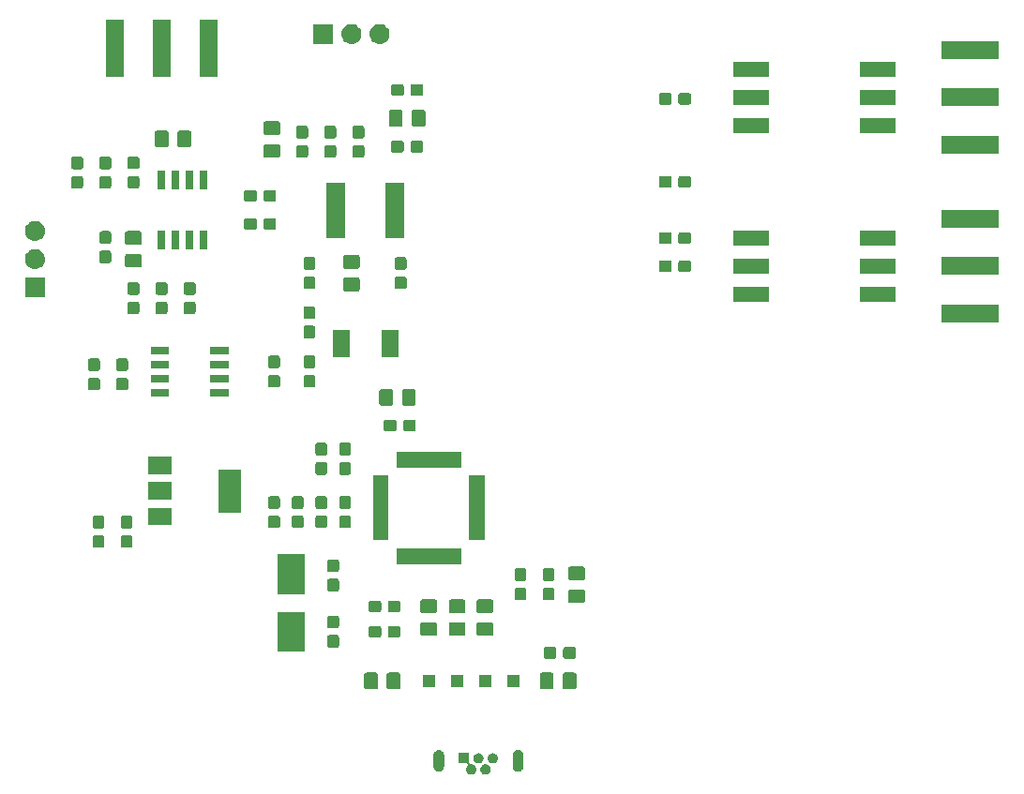
<source format=gbr>
G04 #@! TF.GenerationSoftware,KiCad,Pcbnew,(6.0.0-rc1-dev-1154-gcbd13c712)*
G04 #@! TF.CreationDate,2018-11-27T08:28:51+08:00*
G04 #@! TF.ProjectId,8330_EVA,38333330-5f45-4564-912e-6b696361645f,rev?*
G04 #@! TF.SameCoordinates,Original*
G04 #@! TF.FileFunction,Soldermask,Top*
G04 #@! TF.FilePolarity,Negative*
%FSLAX46Y46*%
G04 Gerber Fmt 4.6, Leading zero omitted, Abs format (unit mm)*
G04 Created by KiCad (PCBNEW (6.0.0-rc1-dev-1154-gcbd13c712)) date 2018/11/27 8:28:51*
%MOMM*%
%LPD*%
G01*
G04 APERTURE LIST*
G04 #@! TA.AperFunction,NonConductor*
%ADD10C,0.100000*%
G04 #@! TD*
G04 APERTURE END LIST*
D10*
G36*
X154487386Y-124372100D02*
X154573102Y-124407604D01*
X154650248Y-124459152D01*
X154715848Y-124524752D01*
X154767396Y-124601898D01*
X154802900Y-124687614D01*
X154821000Y-124778609D01*
X154821000Y-124871391D01*
X154802900Y-124962386D01*
X154767396Y-125048102D01*
X154715848Y-125125248D01*
X154650248Y-125190848D01*
X154573102Y-125242396D01*
X154487386Y-125277900D01*
X154396391Y-125296000D01*
X154303609Y-125296000D01*
X154212614Y-125277900D01*
X154126898Y-125242396D01*
X154049752Y-125190848D01*
X153984152Y-125125248D01*
X153932604Y-125048102D01*
X153897100Y-124962386D01*
X153879000Y-124871391D01*
X153879000Y-124778609D01*
X153897100Y-124687614D01*
X153932604Y-124601898D01*
X153984152Y-124524752D01*
X154049752Y-124459152D01*
X154126898Y-124407604D01*
X154212614Y-124372100D01*
X154303609Y-124354000D01*
X154396391Y-124354000D01*
X154487386Y-124372100D01*
X154487386Y-124372100D01*
G37*
G36*
X152871000Y-124229000D02*
X152873402Y-124253386D01*
X152880515Y-124276835D01*
X152892066Y-124298446D01*
X152907612Y-124317388D01*
X152926554Y-124332934D01*
X152948165Y-124344485D01*
X152971614Y-124351598D01*
X152996000Y-124354000D01*
X153096391Y-124354000D01*
X153187386Y-124372100D01*
X153273102Y-124407604D01*
X153350248Y-124459152D01*
X153415848Y-124524752D01*
X153467396Y-124601898D01*
X153502900Y-124687614D01*
X153521000Y-124778609D01*
X153521000Y-124871391D01*
X153502900Y-124962386D01*
X153467396Y-125048102D01*
X153415848Y-125125248D01*
X153350248Y-125190848D01*
X153273102Y-125242396D01*
X153187386Y-125277900D01*
X153096391Y-125296000D01*
X153003609Y-125296000D01*
X152912614Y-125277900D01*
X152826898Y-125242396D01*
X152749752Y-125190848D01*
X152684152Y-125125248D01*
X152632604Y-125048102D01*
X152597100Y-124962386D01*
X152579000Y-124871391D01*
X152579000Y-124778609D01*
X152597100Y-124687614D01*
X152632604Y-124601898D01*
X152684152Y-124524752D01*
X152699516Y-124509388D01*
X152715062Y-124490446D01*
X152726613Y-124468835D01*
X152733726Y-124445386D01*
X152736128Y-124421000D01*
X152733726Y-124396614D01*
X152726613Y-124373165D01*
X152715062Y-124351554D01*
X152699516Y-124332612D01*
X152680574Y-124317066D01*
X152658963Y-124305515D01*
X152635514Y-124298402D01*
X152611128Y-124296000D01*
X151929000Y-124296000D01*
X151929000Y-123354000D01*
X152871000Y-123354000D01*
X152871000Y-124229000D01*
X152871000Y-124229000D01*
G37*
G36*
X150218311Y-123075887D02*
X150308038Y-123103106D01*
X150390731Y-123147306D01*
X150463211Y-123206789D01*
X150522694Y-123279269D01*
X150566894Y-123361961D01*
X150594113Y-123451688D01*
X150601000Y-123521616D01*
X150601000Y-124568384D01*
X150594113Y-124638312D01*
X150566894Y-124728039D01*
X150522694Y-124810731D01*
X150463211Y-124883211D01*
X150390731Y-124942694D01*
X150308039Y-124986894D01*
X150218312Y-125014113D01*
X150125000Y-125023303D01*
X150031689Y-125014113D01*
X149941962Y-124986894D01*
X149859270Y-124942694D01*
X149786790Y-124883211D01*
X149727307Y-124810731D01*
X149683107Y-124728039D01*
X149655888Y-124638312D01*
X149649001Y-124568384D01*
X149649000Y-123521617D01*
X149655887Y-123451689D01*
X149683106Y-123361962D01*
X149727306Y-123279269D01*
X149786789Y-123206789D01*
X149859269Y-123147306D01*
X149941961Y-123103106D01*
X150031688Y-123075887D01*
X150125000Y-123066697D01*
X150218311Y-123075887D01*
X150218311Y-123075887D01*
G37*
G36*
X157368311Y-123075887D02*
X157458038Y-123103106D01*
X157540731Y-123147306D01*
X157613211Y-123206789D01*
X157672694Y-123279269D01*
X157716894Y-123361961D01*
X157744113Y-123451688D01*
X157751000Y-123521616D01*
X157751000Y-124568384D01*
X157744113Y-124638312D01*
X157716894Y-124728039D01*
X157672694Y-124810731D01*
X157613211Y-124883211D01*
X157540731Y-124942694D01*
X157458039Y-124986894D01*
X157368312Y-125014113D01*
X157275000Y-125023303D01*
X157181689Y-125014113D01*
X157091962Y-124986894D01*
X157009270Y-124942694D01*
X156936790Y-124883211D01*
X156877307Y-124810731D01*
X156833107Y-124728039D01*
X156805888Y-124638312D01*
X156799001Y-124568384D01*
X156799000Y-123521617D01*
X156805887Y-123451689D01*
X156833106Y-123361962D01*
X156877306Y-123279269D01*
X156936789Y-123206789D01*
X157009269Y-123147306D01*
X157091961Y-123103106D01*
X157181688Y-123075887D01*
X157275000Y-123066697D01*
X157368311Y-123075887D01*
X157368311Y-123075887D01*
G37*
G36*
X155137386Y-123372100D02*
X155223102Y-123407604D01*
X155300248Y-123459152D01*
X155365848Y-123524752D01*
X155417396Y-123601898D01*
X155452900Y-123687614D01*
X155471000Y-123778609D01*
X155471000Y-123871391D01*
X155452900Y-123962386D01*
X155417396Y-124048102D01*
X155365848Y-124125248D01*
X155300248Y-124190848D01*
X155223102Y-124242396D01*
X155137386Y-124277900D01*
X155046391Y-124296000D01*
X154953609Y-124296000D01*
X154862614Y-124277900D01*
X154776898Y-124242396D01*
X154699752Y-124190848D01*
X154634152Y-124125248D01*
X154582604Y-124048102D01*
X154547100Y-123962386D01*
X154529000Y-123871391D01*
X154529000Y-123778609D01*
X154547100Y-123687614D01*
X154582604Y-123601898D01*
X154634152Y-123524752D01*
X154699752Y-123459152D01*
X154776898Y-123407604D01*
X154862614Y-123372100D01*
X154953609Y-123354000D01*
X155046391Y-123354000D01*
X155137386Y-123372100D01*
X155137386Y-123372100D01*
G37*
G36*
X153837386Y-123372100D02*
X153923102Y-123407604D01*
X154000248Y-123459152D01*
X154065848Y-123524752D01*
X154117396Y-123601898D01*
X154152900Y-123687614D01*
X154171000Y-123778609D01*
X154171000Y-123871391D01*
X154152900Y-123962386D01*
X154117396Y-124048102D01*
X154065848Y-124125248D01*
X154000248Y-124190848D01*
X153923102Y-124242396D01*
X153837386Y-124277900D01*
X153746391Y-124296000D01*
X153653609Y-124296000D01*
X153562614Y-124277900D01*
X153476898Y-124242396D01*
X153399752Y-124190848D01*
X153334152Y-124125248D01*
X153282604Y-124048102D01*
X153247100Y-123962386D01*
X153229000Y-123871391D01*
X153229000Y-123778609D01*
X153247100Y-123687614D01*
X153282604Y-123601898D01*
X153334152Y-123524752D01*
X153399752Y-123459152D01*
X153476898Y-123407604D01*
X153562614Y-123372100D01*
X153653609Y-123354000D01*
X153746391Y-123354000D01*
X153837386Y-123372100D01*
X153837386Y-123372100D01*
G37*
G36*
X160338677Y-116093465D02*
X160376364Y-116104898D01*
X160411103Y-116123466D01*
X160441548Y-116148452D01*
X160466534Y-116178897D01*
X160485102Y-116213636D01*
X160496535Y-116251323D01*
X160501000Y-116296661D01*
X160501000Y-117383339D01*
X160496535Y-117428677D01*
X160485102Y-117466364D01*
X160466534Y-117501103D01*
X160441548Y-117531548D01*
X160411103Y-117556534D01*
X160376364Y-117575102D01*
X160338677Y-117586535D01*
X160293339Y-117591000D01*
X159456661Y-117591000D01*
X159411323Y-117586535D01*
X159373636Y-117575102D01*
X159338897Y-117556534D01*
X159308452Y-117531548D01*
X159283466Y-117501103D01*
X159264898Y-117466364D01*
X159253465Y-117428677D01*
X159249000Y-117383339D01*
X159249000Y-116296661D01*
X159253465Y-116251323D01*
X159264898Y-116213636D01*
X159283466Y-116178897D01*
X159308452Y-116148452D01*
X159338897Y-116123466D01*
X159373636Y-116104898D01*
X159411323Y-116093465D01*
X159456661Y-116089000D01*
X160293339Y-116089000D01*
X160338677Y-116093465D01*
X160338677Y-116093465D01*
G37*
G36*
X162388677Y-116093465D02*
X162426364Y-116104898D01*
X162461103Y-116123466D01*
X162491548Y-116148452D01*
X162516534Y-116178897D01*
X162535102Y-116213636D01*
X162546535Y-116251323D01*
X162551000Y-116296661D01*
X162551000Y-117383339D01*
X162546535Y-117428677D01*
X162535102Y-117466364D01*
X162516534Y-117501103D01*
X162491548Y-117531548D01*
X162461103Y-117556534D01*
X162426364Y-117575102D01*
X162388677Y-117586535D01*
X162343339Y-117591000D01*
X161506661Y-117591000D01*
X161461323Y-117586535D01*
X161423636Y-117575102D01*
X161388897Y-117556534D01*
X161358452Y-117531548D01*
X161333466Y-117501103D01*
X161314898Y-117466364D01*
X161303465Y-117428677D01*
X161299000Y-117383339D01*
X161299000Y-116296661D01*
X161303465Y-116251323D01*
X161314898Y-116213636D01*
X161333466Y-116178897D01*
X161358452Y-116148452D01*
X161388897Y-116123466D01*
X161423636Y-116104898D01*
X161461323Y-116093465D01*
X161506661Y-116089000D01*
X162343339Y-116089000D01*
X162388677Y-116093465D01*
X162388677Y-116093465D01*
G37*
G36*
X146513452Y-116093465D02*
X146551139Y-116104898D01*
X146585878Y-116123466D01*
X146616323Y-116148452D01*
X146641309Y-116178897D01*
X146659877Y-116213636D01*
X146671310Y-116251323D01*
X146675775Y-116296661D01*
X146675775Y-117383339D01*
X146671310Y-117428677D01*
X146659877Y-117466364D01*
X146641309Y-117501103D01*
X146616323Y-117531548D01*
X146585878Y-117556534D01*
X146551139Y-117575102D01*
X146513452Y-117586535D01*
X146468114Y-117591000D01*
X145631436Y-117591000D01*
X145586098Y-117586535D01*
X145548411Y-117575102D01*
X145513672Y-117556534D01*
X145483227Y-117531548D01*
X145458241Y-117501103D01*
X145439673Y-117466364D01*
X145428240Y-117428677D01*
X145423775Y-117383339D01*
X145423775Y-116296661D01*
X145428240Y-116251323D01*
X145439673Y-116213636D01*
X145458241Y-116178897D01*
X145483227Y-116148452D01*
X145513672Y-116123466D01*
X145548411Y-116104898D01*
X145586098Y-116093465D01*
X145631436Y-116089000D01*
X146468114Y-116089000D01*
X146513452Y-116093465D01*
X146513452Y-116093465D01*
G37*
G36*
X144463452Y-116093465D02*
X144501139Y-116104898D01*
X144535878Y-116123466D01*
X144566323Y-116148452D01*
X144591309Y-116178897D01*
X144609877Y-116213636D01*
X144621310Y-116251323D01*
X144625775Y-116296661D01*
X144625775Y-117383339D01*
X144621310Y-117428677D01*
X144609877Y-117466364D01*
X144591309Y-117501103D01*
X144566323Y-117531548D01*
X144535878Y-117556534D01*
X144501139Y-117575102D01*
X144463452Y-117586535D01*
X144418114Y-117591000D01*
X143581436Y-117591000D01*
X143536098Y-117586535D01*
X143498411Y-117575102D01*
X143463672Y-117556534D01*
X143433227Y-117531548D01*
X143408241Y-117501103D01*
X143389673Y-117466364D01*
X143378240Y-117428677D01*
X143373775Y-117383339D01*
X143373775Y-116296661D01*
X143378240Y-116251323D01*
X143389673Y-116213636D01*
X143408241Y-116178897D01*
X143433227Y-116148452D01*
X143463672Y-116123466D01*
X143498411Y-116104898D01*
X143536098Y-116093465D01*
X143581436Y-116089000D01*
X144418114Y-116089000D01*
X144463452Y-116093465D01*
X144463452Y-116093465D01*
G37*
G36*
X149796000Y-117391000D02*
X148694000Y-117391000D01*
X148694000Y-116289000D01*
X149796000Y-116289000D01*
X149796000Y-117391000D01*
X149796000Y-117391000D01*
G37*
G36*
X152296000Y-117391000D02*
X151194000Y-117391000D01*
X151194000Y-116289000D01*
X152296000Y-116289000D01*
X152296000Y-117391000D01*
X152296000Y-117391000D01*
G37*
G36*
X154882797Y-117391000D02*
X153780797Y-117391000D01*
X153780797Y-116289000D01*
X154882797Y-116289000D01*
X154882797Y-117391000D01*
X154882797Y-117391000D01*
G37*
G36*
X157382797Y-117391000D02*
X156280797Y-117391000D01*
X156280797Y-116289000D01*
X157382797Y-116289000D01*
X157382797Y-117391000D01*
X157382797Y-117391000D01*
G37*
G36*
X162339499Y-113778445D02*
X162376993Y-113789819D01*
X162411557Y-113808294D01*
X162441847Y-113833153D01*
X162466706Y-113863443D01*
X162485181Y-113898007D01*
X162496555Y-113935501D01*
X162501000Y-113980638D01*
X162501000Y-114619362D01*
X162496555Y-114664499D01*
X162485181Y-114701993D01*
X162466706Y-114736557D01*
X162441847Y-114766847D01*
X162411557Y-114791706D01*
X162376993Y-114810181D01*
X162339499Y-114821555D01*
X162294362Y-114826000D01*
X161555638Y-114826000D01*
X161510501Y-114821555D01*
X161473007Y-114810181D01*
X161438443Y-114791706D01*
X161408153Y-114766847D01*
X161383294Y-114736557D01*
X161364819Y-114701993D01*
X161353445Y-114664499D01*
X161349000Y-114619362D01*
X161349000Y-113980638D01*
X161353445Y-113935501D01*
X161364819Y-113898007D01*
X161383294Y-113863443D01*
X161408153Y-113833153D01*
X161438443Y-113808294D01*
X161473007Y-113789819D01*
X161510501Y-113778445D01*
X161555638Y-113774000D01*
X162294362Y-113774000D01*
X162339499Y-113778445D01*
X162339499Y-113778445D01*
G37*
G36*
X160589499Y-113778445D02*
X160626993Y-113789819D01*
X160661557Y-113808294D01*
X160691847Y-113833153D01*
X160716706Y-113863443D01*
X160735181Y-113898007D01*
X160746555Y-113935501D01*
X160751000Y-113980638D01*
X160751000Y-114619362D01*
X160746555Y-114664499D01*
X160735181Y-114701993D01*
X160716706Y-114736557D01*
X160691847Y-114766847D01*
X160661557Y-114791706D01*
X160626993Y-114810181D01*
X160589499Y-114821555D01*
X160544362Y-114826000D01*
X159805638Y-114826000D01*
X159760501Y-114821555D01*
X159723007Y-114810181D01*
X159688443Y-114791706D01*
X159658153Y-114766847D01*
X159633294Y-114736557D01*
X159614819Y-114701993D01*
X159603445Y-114664499D01*
X159599000Y-114619362D01*
X159599000Y-113980638D01*
X159603445Y-113935501D01*
X159614819Y-113898007D01*
X159633294Y-113863443D01*
X159658153Y-113833153D01*
X159688443Y-113808294D01*
X159723007Y-113789819D01*
X159760501Y-113778445D01*
X159805638Y-113774000D01*
X160544362Y-113774000D01*
X160589499Y-113778445D01*
X160589499Y-113778445D01*
G37*
G36*
X138030000Y-114196000D02*
X135528000Y-114196000D01*
X135528000Y-110594000D01*
X138030000Y-110594000D01*
X138030000Y-114196000D01*
X138030000Y-114196000D01*
G37*
G36*
X140953499Y-112698445D02*
X140990993Y-112709819D01*
X141025557Y-112728294D01*
X141055847Y-112753153D01*
X141080706Y-112783443D01*
X141099181Y-112818007D01*
X141110555Y-112855501D01*
X141115000Y-112900638D01*
X141115000Y-113639362D01*
X141110555Y-113684499D01*
X141099181Y-113721993D01*
X141080706Y-113756557D01*
X141055847Y-113786847D01*
X141025557Y-113811706D01*
X140990993Y-113830181D01*
X140953499Y-113841555D01*
X140908362Y-113846000D01*
X140269638Y-113846000D01*
X140224501Y-113841555D01*
X140187007Y-113830181D01*
X140152443Y-113811706D01*
X140122153Y-113786847D01*
X140097294Y-113756557D01*
X140078819Y-113721993D01*
X140067445Y-113684499D01*
X140063000Y-113639362D01*
X140063000Y-112900638D01*
X140067445Y-112855501D01*
X140078819Y-112818007D01*
X140097294Y-112783443D01*
X140122153Y-112753153D01*
X140152443Y-112728294D01*
X140187007Y-112709819D01*
X140224501Y-112698445D01*
X140269638Y-112694000D01*
X140908362Y-112694000D01*
X140953499Y-112698445D01*
X140953499Y-112698445D01*
G37*
G36*
X146514274Y-111873445D02*
X146551768Y-111884819D01*
X146586332Y-111903294D01*
X146616622Y-111928153D01*
X146641481Y-111958443D01*
X146659956Y-111993007D01*
X146671330Y-112030501D01*
X146675775Y-112075638D01*
X146675775Y-112714362D01*
X146671330Y-112759499D01*
X146659956Y-112796993D01*
X146641481Y-112831557D01*
X146616622Y-112861847D01*
X146586332Y-112886706D01*
X146551768Y-112905181D01*
X146514274Y-112916555D01*
X146469137Y-112921000D01*
X145730413Y-112921000D01*
X145685276Y-112916555D01*
X145647782Y-112905181D01*
X145613218Y-112886706D01*
X145582928Y-112861847D01*
X145558069Y-112831557D01*
X145539594Y-112796993D01*
X145528220Y-112759499D01*
X145523775Y-112714362D01*
X145523775Y-112075638D01*
X145528220Y-112030501D01*
X145539594Y-111993007D01*
X145558069Y-111958443D01*
X145582928Y-111928153D01*
X145613218Y-111903294D01*
X145647782Y-111884819D01*
X145685276Y-111873445D01*
X145730413Y-111869000D01*
X146469137Y-111869000D01*
X146514274Y-111873445D01*
X146514274Y-111873445D01*
G37*
G36*
X144764274Y-111873445D02*
X144801768Y-111884819D01*
X144836332Y-111903294D01*
X144866622Y-111928153D01*
X144891481Y-111958443D01*
X144909956Y-111993007D01*
X144921330Y-112030501D01*
X144925775Y-112075638D01*
X144925775Y-112714362D01*
X144921330Y-112759499D01*
X144909956Y-112796993D01*
X144891481Y-112831557D01*
X144866622Y-112861847D01*
X144836332Y-112886706D01*
X144801768Y-112905181D01*
X144764274Y-112916555D01*
X144719137Y-112921000D01*
X143980413Y-112921000D01*
X143935276Y-112916555D01*
X143897782Y-112905181D01*
X143863218Y-112886706D01*
X143832928Y-112861847D01*
X143808069Y-112831557D01*
X143789594Y-112796993D01*
X143778220Y-112759499D01*
X143773775Y-112714362D01*
X143773775Y-112075638D01*
X143778220Y-112030501D01*
X143789594Y-111993007D01*
X143808069Y-111958443D01*
X143832928Y-111928153D01*
X143863218Y-111903294D01*
X143897782Y-111884819D01*
X143935276Y-111873445D01*
X143980413Y-111869000D01*
X144719137Y-111869000D01*
X144764274Y-111873445D01*
X144764274Y-111873445D01*
G37*
G36*
X149813677Y-111528465D02*
X149851364Y-111539898D01*
X149886103Y-111558466D01*
X149916548Y-111583452D01*
X149941534Y-111613897D01*
X149960102Y-111648636D01*
X149971535Y-111686323D01*
X149976000Y-111731661D01*
X149976000Y-112568339D01*
X149971535Y-112613677D01*
X149960102Y-112651364D01*
X149941534Y-112686103D01*
X149916548Y-112716548D01*
X149886103Y-112741534D01*
X149851364Y-112760102D01*
X149813677Y-112771535D01*
X149768339Y-112776000D01*
X148681661Y-112776000D01*
X148636323Y-112771535D01*
X148598636Y-112760102D01*
X148563897Y-112741534D01*
X148533452Y-112716548D01*
X148508466Y-112686103D01*
X148489898Y-112651364D01*
X148478465Y-112613677D01*
X148474000Y-112568339D01*
X148474000Y-111731661D01*
X148478465Y-111686323D01*
X148489898Y-111648636D01*
X148508466Y-111613897D01*
X148533452Y-111583452D01*
X148563897Y-111558466D01*
X148598636Y-111539898D01*
X148636323Y-111528465D01*
X148681661Y-111524000D01*
X149768339Y-111524000D01*
X149813677Y-111528465D01*
X149813677Y-111528465D01*
G37*
G36*
X152373622Y-111528465D02*
X152411309Y-111539898D01*
X152446048Y-111558466D01*
X152476493Y-111583452D01*
X152501479Y-111613897D01*
X152520047Y-111648636D01*
X152531480Y-111686323D01*
X152535945Y-111731661D01*
X152535945Y-112568339D01*
X152531480Y-112613677D01*
X152520047Y-112651364D01*
X152501479Y-112686103D01*
X152476493Y-112716548D01*
X152446048Y-112741534D01*
X152411309Y-112760102D01*
X152373622Y-112771535D01*
X152328284Y-112776000D01*
X151241606Y-112776000D01*
X151196268Y-112771535D01*
X151158581Y-112760102D01*
X151123842Y-112741534D01*
X151093397Y-112716548D01*
X151068411Y-112686103D01*
X151049843Y-112651364D01*
X151038410Y-112613677D01*
X151033945Y-112568339D01*
X151033945Y-111731661D01*
X151038410Y-111686323D01*
X151049843Y-111648636D01*
X151068411Y-111613897D01*
X151093397Y-111583452D01*
X151123842Y-111558466D01*
X151158581Y-111539898D01*
X151196268Y-111528465D01*
X151241606Y-111524000D01*
X152328284Y-111524000D01*
X152373622Y-111528465D01*
X152373622Y-111528465D01*
G37*
G36*
X154893677Y-111528465D02*
X154931364Y-111539898D01*
X154966103Y-111558466D01*
X154996548Y-111583452D01*
X155021534Y-111613897D01*
X155040102Y-111648636D01*
X155051535Y-111686323D01*
X155056000Y-111731661D01*
X155056000Y-112568339D01*
X155051535Y-112613677D01*
X155040102Y-112651364D01*
X155021534Y-112686103D01*
X154996548Y-112716548D01*
X154966103Y-112741534D01*
X154931364Y-112760102D01*
X154893677Y-112771535D01*
X154848339Y-112776000D01*
X153761661Y-112776000D01*
X153716323Y-112771535D01*
X153678636Y-112760102D01*
X153643897Y-112741534D01*
X153613452Y-112716548D01*
X153588466Y-112686103D01*
X153569898Y-112651364D01*
X153558465Y-112613677D01*
X153554000Y-112568339D01*
X153554000Y-111731661D01*
X153558465Y-111686323D01*
X153569898Y-111648636D01*
X153588466Y-111613897D01*
X153613452Y-111583452D01*
X153643897Y-111558466D01*
X153678636Y-111539898D01*
X153716323Y-111528465D01*
X153761661Y-111524000D01*
X154848339Y-111524000D01*
X154893677Y-111528465D01*
X154893677Y-111528465D01*
G37*
G36*
X140953499Y-110948445D02*
X140990993Y-110959819D01*
X141025557Y-110978294D01*
X141055847Y-111003153D01*
X141080706Y-111033443D01*
X141099181Y-111068007D01*
X141110555Y-111105501D01*
X141115000Y-111150638D01*
X141115000Y-111889362D01*
X141110555Y-111934499D01*
X141099181Y-111971993D01*
X141080706Y-112006557D01*
X141055847Y-112036847D01*
X141025557Y-112061706D01*
X140990993Y-112080181D01*
X140953499Y-112091555D01*
X140908362Y-112096000D01*
X140269638Y-112096000D01*
X140224501Y-112091555D01*
X140187007Y-112080181D01*
X140152443Y-112061706D01*
X140122153Y-112036847D01*
X140097294Y-112006557D01*
X140078819Y-111971993D01*
X140067445Y-111934499D01*
X140063000Y-111889362D01*
X140063000Y-111150638D01*
X140067445Y-111105501D01*
X140078819Y-111068007D01*
X140097294Y-111033443D01*
X140122153Y-111003153D01*
X140152443Y-110978294D01*
X140187007Y-110959819D01*
X140224501Y-110948445D01*
X140269638Y-110944000D01*
X140908362Y-110944000D01*
X140953499Y-110948445D01*
X140953499Y-110948445D01*
G37*
G36*
X149813677Y-109478465D02*
X149851364Y-109489898D01*
X149886103Y-109508466D01*
X149916548Y-109533452D01*
X149941534Y-109563897D01*
X149960102Y-109598636D01*
X149971535Y-109636323D01*
X149976000Y-109681661D01*
X149976000Y-110518339D01*
X149971535Y-110563677D01*
X149960102Y-110601364D01*
X149941534Y-110636103D01*
X149916548Y-110666548D01*
X149886103Y-110691534D01*
X149851364Y-110710102D01*
X149813677Y-110721535D01*
X149768339Y-110726000D01*
X148681661Y-110726000D01*
X148636323Y-110721535D01*
X148598636Y-110710102D01*
X148563897Y-110691534D01*
X148533452Y-110666548D01*
X148508466Y-110636103D01*
X148489898Y-110601364D01*
X148478465Y-110563677D01*
X148474000Y-110518339D01*
X148474000Y-109681661D01*
X148478465Y-109636323D01*
X148489898Y-109598636D01*
X148508466Y-109563897D01*
X148533452Y-109533452D01*
X148563897Y-109508466D01*
X148598636Y-109489898D01*
X148636323Y-109478465D01*
X148681661Y-109474000D01*
X149768339Y-109474000D01*
X149813677Y-109478465D01*
X149813677Y-109478465D01*
G37*
G36*
X154893677Y-109478465D02*
X154931364Y-109489898D01*
X154966103Y-109508466D01*
X154996548Y-109533452D01*
X155021534Y-109563897D01*
X155040102Y-109598636D01*
X155051535Y-109636323D01*
X155056000Y-109681661D01*
X155056000Y-110518339D01*
X155051535Y-110563677D01*
X155040102Y-110601364D01*
X155021534Y-110636103D01*
X154996548Y-110666548D01*
X154966103Y-110691534D01*
X154931364Y-110710102D01*
X154893677Y-110721535D01*
X154848339Y-110726000D01*
X153761661Y-110726000D01*
X153716323Y-110721535D01*
X153678636Y-110710102D01*
X153643897Y-110691534D01*
X153613452Y-110666548D01*
X153588466Y-110636103D01*
X153569898Y-110601364D01*
X153558465Y-110563677D01*
X153554000Y-110518339D01*
X153554000Y-109681661D01*
X153558465Y-109636323D01*
X153569898Y-109598636D01*
X153588466Y-109563897D01*
X153613452Y-109533452D01*
X153643897Y-109508466D01*
X153678636Y-109489898D01*
X153716323Y-109478465D01*
X153761661Y-109474000D01*
X154848339Y-109474000D01*
X154893677Y-109478465D01*
X154893677Y-109478465D01*
G37*
G36*
X152373622Y-109478465D02*
X152411309Y-109489898D01*
X152446048Y-109508466D01*
X152476493Y-109533452D01*
X152501479Y-109563897D01*
X152520047Y-109598636D01*
X152531480Y-109636323D01*
X152535945Y-109681661D01*
X152535945Y-110518339D01*
X152531480Y-110563677D01*
X152520047Y-110601364D01*
X152501479Y-110636103D01*
X152476493Y-110666548D01*
X152446048Y-110691534D01*
X152411309Y-110710102D01*
X152373622Y-110721535D01*
X152328284Y-110726000D01*
X151241606Y-110726000D01*
X151196268Y-110721535D01*
X151158581Y-110710102D01*
X151123842Y-110691534D01*
X151093397Y-110666548D01*
X151068411Y-110636103D01*
X151049843Y-110601364D01*
X151038410Y-110563677D01*
X151033945Y-110518339D01*
X151033945Y-109681661D01*
X151038410Y-109636323D01*
X151049843Y-109598636D01*
X151068411Y-109563897D01*
X151093397Y-109533452D01*
X151123842Y-109508466D01*
X151158581Y-109489898D01*
X151196268Y-109478465D01*
X151241606Y-109474000D01*
X152328284Y-109474000D01*
X152373622Y-109478465D01*
X152373622Y-109478465D01*
G37*
G36*
X146514274Y-109590988D02*
X146551768Y-109602362D01*
X146586332Y-109620837D01*
X146616622Y-109645696D01*
X146641481Y-109675986D01*
X146659956Y-109710550D01*
X146671330Y-109748044D01*
X146675775Y-109793181D01*
X146675775Y-110431905D01*
X146671330Y-110477042D01*
X146659956Y-110514536D01*
X146641481Y-110549100D01*
X146616622Y-110579390D01*
X146586332Y-110604249D01*
X146551768Y-110622724D01*
X146514274Y-110634098D01*
X146469137Y-110638543D01*
X145730413Y-110638543D01*
X145685276Y-110634098D01*
X145647782Y-110622724D01*
X145613218Y-110604249D01*
X145582928Y-110579390D01*
X145558069Y-110549100D01*
X145539594Y-110514536D01*
X145528220Y-110477042D01*
X145523775Y-110431905D01*
X145523775Y-109793181D01*
X145528220Y-109748044D01*
X145539594Y-109710550D01*
X145558069Y-109675986D01*
X145582928Y-109645696D01*
X145613218Y-109620837D01*
X145647782Y-109602362D01*
X145685276Y-109590988D01*
X145730413Y-109586543D01*
X146469137Y-109586543D01*
X146514274Y-109590988D01*
X146514274Y-109590988D01*
G37*
G36*
X144764274Y-109590988D02*
X144801768Y-109602362D01*
X144836332Y-109620837D01*
X144866622Y-109645696D01*
X144891481Y-109675986D01*
X144909956Y-109710550D01*
X144921330Y-109748044D01*
X144925775Y-109793181D01*
X144925775Y-110431905D01*
X144921330Y-110477042D01*
X144909956Y-110514536D01*
X144891481Y-110549100D01*
X144866622Y-110579390D01*
X144836332Y-110604249D01*
X144801768Y-110622724D01*
X144764274Y-110634098D01*
X144719137Y-110638543D01*
X143980413Y-110638543D01*
X143935276Y-110634098D01*
X143897782Y-110622724D01*
X143863218Y-110604249D01*
X143832928Y-110579390D01*
X143808069Y-110549100D01*
X143789594Y-110514536D01*
X143778220Y-110477042D01*
X143773775Y-110431905D01*
X143773775Y-109793181D01*
X143778220Y-109748044D01*
X143789594Y-109710550D01*
X143808069Y-109675986D01*
X143832928Y-109645696D01*
X143863218Y-109620837D01*
X143897782Y-109602362D01*
X143935276Y-109590988D01*
X143980413Y-109586543D01*
X144719137Y-109586543D01*
X144764274Y-109590988D01*
X144764274Y-109590988D01*
G37*
G36*
X163148677Y-108562513D02*
X163186364Y-108573946D01*
X163221103Y-108592514D01*
X163251548Y-108617500D01*
X163276534Y-108647945D01*
X163295102Y-108682684D01*
X163306535Y-108720371D01*
X163311000Y-108765709D01*
X163311000Y-109602387D01*
X163306535Y-109647725D01*
X163295102Y-109685412D01*
X163276534Y-109720151D01*
X163251548Y-109750596D01*
X163221103Y-109775582D01*
X163186364Y-109794150D01*
X163148677Y-109805583D01*
X163103339Y-109810048D01*
X162016661Y-109810048D01*
X161971323Y-109805583D01*
X161933636Y-109794150D01*
X161898897Y-109775582D01*
X161868452Y-109750596D01*
X161843466Y-109720151D01*
X161824898Y-109685412D01*
X161813465Y-109647725D01*
X161809000Y-109602387D01*
X161809000Y-108765709D01*
X161813465Y-108720371D01*
X161824898Y-108682684D01*
X161843466Y-108647945D01*
X161868452Y-108617500D01*
X161898897Y-108592514D01*
X161933636Y-108573946D01*
X161971323Y-108562513D01*
X162016661Y-108558048D01*
X163103339Y-108558048D01*
X163148677Y-108562513D01*
X163148677Y-108562513D01*
G37*
G36*
X160384499Y-108417493D02*
X160421993Y-108428867D01*
X160456557Y-108447342D01*
X160486847Y-108472201D01*
X160511706Y-108502491D01*
X160530181Y-108537055D01*
X160541555Y-108574549D01*
X160546000Y-108619686D01*
X160546000Y-109358410D01*
X160541555Y-109403547D01*
X160530181Y-109441041D01*
X160511706Y-109475605D01*
X160486847Y-109505895D01*
X160456557Y-109530754D01*
X160421993Y-109549229D01*
X160384499Y-109560603D01*
X160339362Y-109565048D01*
X159700638Y-109565048D01*
X159655501Y-109560603D01*
X159618007Y-109549229D01*
X159583443Y-109530754D01*
X159553153Y-109505895D01*
X159528294Y-109475605D01*
X159509819Y-109441041D01*
X159498445Y-109403547D01*
X159494000Y-109358410D01*
X159494000Y-108619686D01*
X159498445Y-108574549D01*
X159509819Y-108537055D01*
X159528294Y-108502491D01*
X159553153Y-108472201D01*
X159583443Y-108447342D01*
X159618007Y-108428867D01*
X159655501Y-108417493D01*
X159700638Y-108413048D01*
X160339362Y-108413048D01*
X160384499Y-108417493D01*
X160384499Y-108417493D01*
G37*
G36*
X157844499Y-108417493D02*
X157881993Y-108428867D01*
X157916557Y-108447342D01*
X157946847Y-108472201D01*
X157971706Y-108502491D01*
X157990181Y-108537055D01*
X158001555Y-108574549D01*
X158006000Y-108619686D01*
X158006000Y-109358410D01*
X158001555Y-109403547D01*
X157990181Y-109441041D01*
X157971706Y-109475605D01*
X157946847Y-109505895D01*
X157916557Y-109530754D01*
X157881993Y-109549229D01*
X157844499Y-109560603D01*
X157799362Y-109565048D01*
X157160638Y-109565048D01*
X157115501Y-109560603D01*
X157078007Y-109549229D01*
X157043443Y-109530754D01*
X157013153Y-109505895D01*
X156988294Y-109475605D01*
X156969819Y-109441041D01*
X156958445Y-109403547D01*
X156954000Y-109358410D01*
X156954000Y-108619686D01*
X156958445Y-108574549D01*
X156969819Y-108537055D01*
X156988294Y-108502491D01*
X157013153Y-108472201D01*
X157043443Y-108447342D01*
X157078007Y-108428867D01*
X157115501Y-108417493D01*
X157160638Y-108413048D01*
X157799362Y-108413048D01*
X157844499Y-108417493D01*
X157844499Y-108417493D01*
G37*
G36*
X138030000Y-108996000D02*
X135528000Y-108996000D01*
X135528000Y-105394000D01*
X138030000Y-105394000D01*
X138030000Y-108996000D01*
X138030000Y-108996000D01*
G37*
G36*
X140953499Y-107618445D02*
X140990993Y-107629819D01*
X141025557Y-107648294D01*
X141055847Y-107673153D01*
X141080706Y-107703443D01*
X141099181Y-107738007D01*
X141110555Y-107775501D01*
X141115000Y-107820638D01*
X141115000Y-108559362D01*
X141110555Y-108604499D01*
X141099181Y-108641993D01*
X141080706Y-108676557D01*
X141055847Y-108706847D01*
X141025557Y-108731706D01*
X140990993Y-108750181D01*
X140953499Y-108761555D01*
X140908362Y-108766000D01*
X140269638Y-108766000D01*
X140224501Y-108761555D01*
X140187007Y-108750181D01*
X140152443Y-108731706D01*
X140122153Y-108706847D01*
X140097294Y-108676557D01*
X140078819Y-108641993D01*
X140067445Y-108604499D01*
X140063000Y-108559362D01*
X140063000Y-107820638D01*
X140067445Y-107775501D01*
X140078819Y-107738007D01*
X140097294Y-107703443D01*
X140122153Y-107673153D01*
X140152443Y-107648294D01*
X140187007Y-107629819D01*
X140224501Y-107618445D01*
X140269638Y-107614000D01*
X140908362Y-107614000D01*
X140953499Y-107618445D01*
X140953499Y-107618445D01*
G37*
G36*
X157844499Y-106667493D02*
X157881993Y-106678867D01*
X157916557Y-106697342D01*
X157946847Y-106722201D01*
X157971706Y-106752491D01*
X157990181Y-106787055D01*
X158001555Y-106824549D01*
X158006000Y-106869686D01*
X158006000Y-107608410D01*
X158001555Y-107653547D01*
X157990181Y-107691041D01*
X157971706Y-107725605D01*
X157946847Y-107755895D01*
X157916557Y-107780754D01*
X157881993Y-107799229D01*
X157844499Y-107810603D01*
X157799362Y-107815048D01*
X157160638Y-107815048D01*
X157115501Y-107810603D01*
X157078007Y-107799229D01*
X157043443Y-107780754D01*
X157013153Y-107755895D01*
X156988294Y-107725605D01*
X156969819Y-107691041D01*
X156958445Y-107653547D01*
X156954000Y-107608410D01*
X156954000Y-106869686D01*
X156958445Y-106824549D01*
X156969819Y-106787055D01*
X156988294Y-106752491D01*
X157013153Y-106722201D01*
X157043443Y-106697342D01*
X157078007Y-106678867D01*
X157115501Y-106667493D01*
X157160638Y-106663048D01*
X157799362Y-106663048D01*
X157844499Y-106667493D01*
X157844499Y-106667493D01*
G37*
G36*
X160384499Y-106667493D02*
X160421993Y-106678867D01*
X160456557Y-106697342D01*
X160486847Y-106722201D01*
X160511706Y-106752491D01*
X160530181Y-106787055D01*
X160541555Y-106824549D01*
X160546000Y-106869686D01*
X160546000Y-107608410D01*
X160541555Y-107653547D01*
X160530181Y-107691041D01*
X160511706Y-107725605D01*
X160486847Y-107755895D01*
X160456557Y-107780754D01*
X160421993Y-107799229D01*
X160384499Y-107810603D01*
X160339362Y-107815048D01*
X159700638Y-107815048D01*
X159655501Y-107810603D01*
X159618007Y-107799229D01*
X159583443Y-107780754D01*
X159553153Y-107755895D01*
X159528294Y-107725605D01*
X159509819Y-107691041D01*
X159498445Y-107653547D01*
X159494000Y-107608410D01*
X159494000Y-106869686D01*
X159498445Y-106824549D01*
X159509819Y-106787055D01*
X159528294Y-106752491D01*
X159553153Y-106722201D01*
X159583443Y-106697342D01*
X159618007Y-106678867D01*
X159655501Y-106667493D01*
X159700638Y-106663048D01*
X160339362Y-106663048D01*
X160384499Y-106667493D01*
X160384499Y-106667493D01*
G37*
G36*
X163148677Y-106512513D02*
X163186364Y-106523946D01*
X163221103Y-106542514D01*
X163251548Y-106567500D01*
X163276534Y-106597945D01*
X163295102Y-106632684D01*
X163306535Y-106670371D01*
X163311000Y-106715709D01*
X163311000Y-107552387D01*
X163306535Y-107597725D01*
X163295102Y-107635412D01*
X163276534Y-107670151D01*
X163251548Y-107700596D01*
X163221103Y-107725582D01*
X163186364Y-107744150D01*
X163148677Y-107755583D01*
X163103339Y-107760048D01*
X162016661Y-107760048D01*
X161971323Y-107755583D01*
X161933636Y-107744150D01*
X161898897Y-107725582D01*
X161868452Y-107700596D01*
X161843466Y-107670151D01*
X161824898Y-107635412D01*
X161813465Y-107597725D01*
X161809000Y-107552387D01*
X161809000Y-106715709D01*
X161813465Y-106670371D01*
X161824898Y-106632684D01*
X161843466Y-106597945D01*
X161868452Y-106567500D01*
X161898897Y-106542514D01*
X161933636Y-106523946D01*
X161971323Y-106512513D01*
X162016661Y-106508048D01*
X163103339Y-106508048D01*
X163148677Y-106512513D01*
X163148677Y-106512513D01*
G37*
G36*
X140953499Y-105868445D02*
X140990993Y-105879819D01*
X141025557Y-105898294D01*
X141055847Y-105923153D01*
X141080706Y-105953443D01*
X141099181Y-105988007D01*
X141110555Y-106025501D01*
X141115000Y-106070638D01*
X141115000Y-106809362D01*
X141110555Y-106854499D01*
X141099181Y-106891993D01*
X141080706Y-106926557D01*
X141055847Y-106956847D01*
X141025557Y-106981706D01*
X140990993Y-107000181D01*
X140953499Y-107011555D01*
X140908362Y-107016000D01*
X140269638Y-107016000D01*
X140224501Y-107011555D01*
X140187007Y-107000181D01*
X140152443Y-106981706D01*
X140122153Y-106956847D01*
X140097294Y-106926557D01*
X140078819Y-106891993D01*
X140067445Y-106854499D01*
X140063000Y-106809362D01*
X140063000Y-106070638D01*
X140067445Y-106025501D01*
X140078819Y-105988007D01*
X140097294Y-105953443D01*
X140122153Y-105923153D01*
X140152443Y-105898294D01*
X140187007Y-105879819D01*
X140224501Y-105868445D01*
X140269638Y-105864000D01*
X140908362Y-105864000D01*
X140953499Y-105868445D01*
X140953499Y-105868445D01*
G37*
G36*
X152151000Y-106273543D02*
X146299000Y-106273543D01*
X146299000Y-104871543D01*
X152151000Y-104871543D01*
X152151000Y-106273543D01*
X152151000Y-106273543D01*
G37*
G36*
X119757197Y-103675980D02*
X119794691Y-103687354D01*
X119829255Y-103705829D01*
X119859545Y-103730688D01*
X119884404Y-103760978D01*
X119902879Y-103795542D01*
X119914253Y-103833036D01*
X119918698Y-103878173D01*
X119918698Y-104616897D01*
X119914253Y-104662034D01*
X119902879Y-104699528D01*
X119884404Y-104734092D01*
X119859545Y-104764382D01*
X119829255Y-104789241D01*
X119794691Y-104807716D01*
X119757197Y-104819090D01*
X119712060Y-104823535D01*
X119073336Y-104823535D01*
X119028199Y-104819090D01*
X118990705Y-104807716D01*
X118956141Y-104789241D01*
X118925851Y-104764382D01*
X118900992Y-104734092D01*
X118882517Y-104699528D01*
X118871143Y-104662034D01*
X118866698Y-104616897D01*
X118866698Y-103878173D01*
X118871143Y-103833036D01*
X118882517Y-103795542D01*
X118900992Y-103760978D01*
X118925851Y-103730688D01*
X118956141Y-103705829D01*
X118990705Y-103687354D01*
X119028199Y-103675980D01*
X119073336Y-103671535D01*
X119712060Y-103671535D01*
X119757197Y-103675980D01*
X119757197Y-103675980D01*
G37*
G36*
X122297197Y-103675980D02*
X122334691Y-103687354D01*
X122369255Y-103705829D01*
X122399545Y-103730688D01*
X122424404Y-103760978D01*
X122442879Y-103795542D01*
X122454253Y-103833036D01*
X122458698Y-103878173D01*
X122458698Y-104616897D01*
X122454253Y-104662034D01*
X122442879Y-104699528D01*
X122424404Y-104734092D01*
X122399545Y-104764382D01*
X122369255Y-104789241D01*
X122334691Y-104807716D01*
X122297197Y-104819090D01*
X122252060Y-104823535D01*
X121613336Y-104823535D01*
X121568199Y-104819090D01*
X121530705Y-104807716D01*
X121496141Y-104789241D01*
X121465851Y-104764382D01*
X121440992Y-104734092D01*
X121422517Y-104699528D01*
X121411143Y-104662034D01*
X121406698Y-104616897D01*
X121406698Y-103878173D01*
X121411143Y-103833036D01*
X121422517Y-103795542D01*
X121440992Y-103760978D01*
X121465851Y-103730688D01*
X121496141Y-103705829D01*
X121530705Y-103687354D01*
X121568199Y-103675980D01*
X121613336Y-103671535D01*
X122252060Y-103671535D01*
X122297197Y-103675980D01*
X122297197Y-103675980D01*
G37*
G36*
X154276000Y-104148543D02*
X152874000Y-104148543D01*
X152874000Y-98296543D01*
X154276000Y-98296543D01*
X154276000Y-104148543D01*
X154276000Y-104148543D01*
G37*
G36*
X145576000Y-104148543D02*
X144174000Y-104148543D01*
X144174000Y-98296543D01*
X145576000Y-98296543D01*
X145576000Y-104148543D01*
X145576000Y-104148543D01*
G37*
G36*
X119757197Y-101925980D02*
X119794691Y-101937354D01*
X119829255Y-101955829D01*
X119859545Y-101980688D01*
X119884404Y-102010978D01*
X119902879Y-102045542D01*
X119914253Y-102083036D01*
X119918698Y-102128173D01*
X119918698Y-102866897D01*
X119914253Y-102912034D01*
X119902879Y-102949528D01*
X119884404Y-102984092D01*
X119859545Y-103014382D01*
X119829255Y-103039241D01*
X119794691Y-103057716D01*
X119757197Y-103069090D01*
X119712060Y-103073535D01*
X119073336Y-103073535D01*
X119028199Y-103069090D01*
X118990705Y-103057716D01*
X118956141Y-103039241D01*
X118925851Y-103014382D01*
X118900992Y-102984092D01*
X118882517Y-102949528D01*
X118871143Y-102912034D01*
X118866698Y-102866897D01*
X118866698Y-102128173D01*
X118871143Y-102083036D01*
X118882517Y-102045542D01*
X118900992Y-102010978D01*
X118925851Y-101980688D01*
X118956141Y-101955829D01*
X118990705Y-101937354D01*
X119028199Y-101925980D01*
X119073336Y-101921535D01*
X119712060Y-101921535D01*
X119757197Y-101925980D01*
X119757197Y-101925980D01*
G37*
G36*
X122297197Y-101925980D02*
X122334691Y-101937354D01*
X122369255Y-101955829D01*
X122399545Y-101980688D01*
X122424404Y-102010978D01*
X122442879Y-102045542D01*
X122454253Y-102083036D01*
X122458698Y-102128173D01*
X122458698Y-102866897D01*
X122454253Y-102912034D01*
X122442879Y-102949528D01*
X122424404Y-102984092D01*
X122399545Y-103014382D01*
X122369255Y-103039241D01*
X122334691Y-103057716D01*
X122297197Y-103069090D01*
X122252060Y-103073535D01*
X121613336Y-103073535D01*
X121568199Y-103069090D01*
X121530705Y-103057716D01*
X121496141Y-103039241D01*
X121465851Y-103014382D01*
X121440992Y-102984092D01*
X121422517Y-102949528D01*
X121411143Y-102912034D01*
X121406698Y-102866897D01*
X121406698Y-102128173D01*
X121411143Y-102083036D01*
X121422517Y-102045542D01*
X121440992Y-102010978D01*
X121465851Y-101980688D01*
X121496141Y-101955829D01*
X121530705Y-101937354D01*
X121568199Y-101925980D01*
X121613336Y-101921535D01*
X122252060Y-101921535D01*
X122297197Y-101925980D01*
X122297197Y-101925980D01*
G37*
G36*
X135619499Y-101903445D02*
X135656993Y-101914819D01*
X135691557Y-101933294D01*
X135721847Y-101958153D01*
X135746706Y-101988443D01*
X135765181Y-102023007D01*
X135776555Y-102060501D01*
X135781000Y-102105638D01*
X135781000Y-102844362D01*
X135776555Y-102889499D01*
X135765181Y-102926993D01*
X135746706Y-102961557D01*
X135721847Y-102991847D01*
X135691557Y-103016706D01*
X135656993Y-103035181D01*
X135619499Y-103046555D01*
X135574362Y-103051000D01*
X134935638Y-103051000D01*
X134890501Y-103046555D01*
X134853007Y-103035181D01*
X134818443Y-103016706D01*
X134788153Y-102991847D01*
X134763294Y-102961557D01*
X134744819Y-102926993D01*
X134733445Y-102889499D01*
X134729000Y-102844362D01*
X134729000Y-102105638D01*
X134733445Y-102060501D01*
X134744819Y-102023007D01*
X134763294Y-101988443D01*
X134788153Y-101958153D01*
X134818443Y-101933294D01*
X134853007Y-101914819D01*
X134890501Y-101903445D01*
X134935638Y-101899000D01*
X135574362Y-101899000D01*
X135619499Y-101903445D01*
X135619499Y-101903445D01*
G37*
G36*
X142011970Y-101903445D02*
X142049464Y-101914819D01*
X142084028Y-101933294D01*
X142114318Y-101958153D01*
X142139177Y-101988443D01*
X142157652Y-102023007D01*
X142169026Y-102060501D01*
X142173471Y-102105638D01*
X142173471Y-102844362D01*
X142169026Y-102889499D01*
X142157652Y-102926993D01*
X142139177Y-102961557D01*
X142114318Y-102991847D01*
X142084028Y-103016706D01*
X142049464Y-103035181D01*
X142011970Y-103046555D01*
X141966833Y-103051000D01*
X141328109Y-103051000D01*
X141282972Y-103046555D01*
X141245478Y-103035181D01*
X141210914Y-103016706D01*
X141180624Y-102991847D01*
X141155765Y-102961557D01*
X141137290Y-102926993D01*
X141125916Y-102889499D01*
X141121471Y-102844362D01*
X141121471Y-102105638D01*
X141125916Y-102060501D01*
X141137290Y-102023007D01*
X141155765Y-101988443D01*
X141180624Y-101958153D01*
X141210914Y-101933294D01*
X141245478Y-101914819D01*
X141282972Y-101903445D01*
X141328109Y-101899000D01*
X141966833Y-101899000D01*
X142011970Y-101903445D01*
X142011970Y-101903445D01*
G37*
G36*
X137750322Y-101903445D02*
X137787816Y-101914819D01*
X137822380Y-101933294D01*
X137852670Y-101958153D01*
X137877529Y-101988443D01*
X137896004Y-102023007D01*
X137907378Y-102060501D01*
X137911823Y-102105638D01*
X137911823Y-102844362D01*
X137907378Y-102889499D01*
X137896004Y-102926993D01*
X137877529Y-102961557D01*
X137852670Y-102991847D01*
X137822380Y-103016706D01*
X137787816Y-103035181D01*
X137750322Y-103046555D01*
X137705185Y-103051000D01*
X137066461Y-103051000D01*
X137021324Y-103046555D01*
X136983830Y-103035181D01*
X136949266Y-103016706D01*
X136918976Y-102991847D01*
X136894117Y-102961557D01*
X136875642Y-102926993D01*
X136864268Y-102889499D01*
X136859823Y-102844362D01*
X136859823Y-102105638D01*
X136864268Y-102060501D01*
X136875642Y-102023007D01*
X136894117Y-101988443D01*
X136918976Y-101958153D01*
X136949266Y-101933294D01*
X136983830Y-101914819D01*
X137021324Y-101903445D01*
X137066461Y-101899000D01*
X137705185Y-101899000D01*
X137750322Y-101903445D01*
X137750322Y-101903445D01*
G37*
G36*
X139881145Y-101903445D02*
X139918639Y-101914819D01*
X139953203Y-101933294D01*
X139983493Y-101958153D01*
X140008352Y-101988443D01*
X140026827Y-102023007D01*
X140038201Y-102060501D01*
X140042646Y-102105638D01*
X140042646Y-102844362D01*
X140038201Y-102889499D01*
X140026827Y-102926993D01*
X140008352Y-102961557D01*
X139983493Y-102991847D01*
X139953203Y-103016706D01*
X139918639Y-103035181D01*
X139881145Y-103046555D01*
X139836008Y-103051000D01*
X139197284Y-103051000D01*
X139152147Y-103046555D01*
X139114653Y-103035181D01*
X139080089Y-103016706D01*
X139049799Y-102991847D01*
X139024940Y-102961557D01*
X139006465Y-102926993D01*
X138995091Y-102889499D01*
X138990646Y-102844362D01*
X138990646Y-102105638D01*
X138995091Y-102060501D01*
X139006465Y-102023007D01*
X139024940Y-101988443D01*
X139049799Y-101958153D01*
X139080089Y-101933294D01*
X139114653Y-101914819D01*
X139152147Y-101903445D01*
X139197284Y-101899000D01*
X139836008Y-101899000D01*
X139881145Y-101903445D01*
X139881145Y-101903445D01*
G37*
G36*
X126003232Y-102796000D02*
X123901232Y-102796000D01*
X123901232Y-101194000D01*
X126003232Y-101194000D01*
X126003232Y-102796000D01*
X126003232Y-102796000D01*
G37*
G36*
X132303232Y-101646000D02*
X130201232Y-101646000D01*
X130201232Y-97744000D01*
X132303232Y-97744000D01*
X132303232Y-101646000D01*
X132303232Y-101646000D01*
G37*
G36*
X142011970Y-100153445D02*
X142049464Y-100164819D01*
X142084028Y-100183294D01*
X142114318Y-100208153D01*
X142139177Y-100238443D01*
X142157652Y-100273007D01*
X142169026Y-100310501D01*
X142173471Y-100355638D01*
X142173471Y-101094362D01*
X142169026Y-101139499D01*
X142157652Y-101176993D01*
X142139177Y-101211557D01*
X142114318Y-101241847D01*
X142084028Y-101266706D01*
X142049464Y-101285181D01*
X142011970Y-101296555D01*
X141966833Y-101301000D01*
X141328109Y-101301000D01*
X141282972Y-101296555D01*
X141245478Y-101285181D01*
X141210914Y-101266706D01*
X141180624Y-101241847D01*
X141155765Y-101211557D01*
X141137290Y-101176993D01*
X141125916Y-101139499D01*
X141121471Y-101094362D01*
X141121471Y-100355638D01*
X141125916Y-100310501D01*
X141137290Y-100273007D01*
X141155765Y-100238443D01*
X141180624Y-100208153D01*
X141210914Y-100183294D01*
X141245478Y-100164819D01*
X141282972Y-100153445D01*
X141328109Y-100149000D01*
X141966833Y-100149000D01*
X142011970Y-100153445D01*
X142011970Y-100153445D01*
G37*
G36*
X137750322Y-100153445D02*
X137787816Y-100164819D01*
X137822380Y-100183294D01*
X137852670Y-100208153D01*
X137877529Y-100238443D01*
X137896004Y-100273007D01*
X137907378Y-100310501D01*
X137911823Y-100355638D01*
X137911823Y-101094362D01*
X137907378Y-101139499D01*
X137896004Y-101176993D01*
X137877529Y-101211557D01*
X137852670Y-101241847D01*
X137822380Y-101266706D01*
X137787816Y-101285181D01*
X137750322Y-101296555D01*
X137705185Y-101301000D01*
X137066461Y-101301000D01*
X137021324Y-101296555D01*
X136983830Y-101285181D01*
X136949266Y-101266706D01*
X136918976Y-101241847D01*
X136894117Y-101211557D01*
X136875642Y-101176993D01*
X136864268Y-101139499D01*
X136859823Y-101094362D01*
X136859823Y-100355638D01*
X136864268Y-100310501D01*
X136875642Y-100273007D01*
X136894117Y-100238443D01*
X136918976Y-100208153D01*
X136949266Y-100183294D01*
X136983830Y-100164819D01*
X137021324Y-100153445D01*
X137066461Y-100149000D01*
X137705185Y-100149000D01*
X137750322Y-100153445D01*
X137750322Y-100153445D01*
G37*
G36*
X139881145Y-100153445D02*
X139918639Y-100164819D01*
X139953203Y-100183294D01*
X139983493Y-100208153D01*
X140008352Y-100238443D01*
X140026827Y-100273007D01*
X140038201Y-100310501D01*
X140042646Y-100355638D01*
X140042646Y-101094362D01*
X140038201Y-101139499D01*
X140026827Y-101176993D01*
X140008352Y-101211557D01*
X139983493Y-101241847D01*
X139953203Y-101266706D01*
X139918639Y-101285181D01*
X139881145Y-101296555D01*
X139836008Y-101301000D01*
X139197284Y-101301000D01*
X139152147Y-101296555D01*
X139114653Y-101285181D01*
X139080089Y-101266706D01*
X139049799Y-101241847D01*
X139024940Y-101211557D01*
X139006465Y-101176993D01*
X138995091Y-101139499D01*
X138990646Y-101094362D01*
X138990646Y-100355638D01*
X138995091Y-100310501D01*
X139006465Y-100273007D01*
X139024940Y-100238443D01*
X139049799Y-100208153D01*
X139080089Y-100183294D01*
X139114653Y-100164819D01*
X139152147Y-100153445D01*
X139197284Y-100149000D01*
X139836008Y-100149000D01*
X139881145Y-100153445D01*
X139881145Y-100153445D01*
G37*
G36*
X135619499Y-100153445D02*
X135656993Y-100164819D01*
X135691557Y-100183294D01*
X135721847Y-100208153D01*
X135746706Y-100238443D01*
X135765181Y-100273007D01*
X135776555Y-100310501D01*
X135781000Y-100355638D01*
X135781000Y-101094362D01*
X135776555Y-101139499D01*
X135765181Y-101176993D01*
X135746706Y-101211557D01*
X135721847Y-101241847D01*
X135691557Y-101266706D01*
X135656993Y-101285181D01*
X135619499Y-101296555D01*
X135574362Y-101301000D01*
X134935638Y-101301000D01*
X134890501Y-101296555D01*
X134853007Y-101285181D01*
X134818443Y-101266706D01*
X134788153Y-101241847D01*
X134763294Y-101211557D01*
X134744819Y-101176993D01*
X134733445Y-101139499D01*
X134729000Y-101094362D01*
X134729000Y-100355638D01*
X134733445Y-100310501D01*
X134744819Y-100273007D01*
X134763294Y-100238443D01*
X134788153Y-100208153D01*
X134818443Y-100183294D01*
X134853007Y-100164819D01*
X134890501Y-100153445D01*
X134935638Y-100149000D01*
X135574362Y-100149000D01*
X135619499Y-100153445D01*
X135619499Y-100153445D01*
G37*
G36*
X126003232Y-100496000D02*
X123901232Y-100496000D01*
X123901232Y-98894000D01*
X126003232Y-98894000D01*
X126003232Y-100496000D01*
X126003232Y-100496000D01*
G37*
G36*
X139881145Y-97080988D02*
X139918639Y-97092362D01*
X139953203Y-97110837D01*
X139983493Y-97135696D01*
X140008352Y-97165986D01*
X140026827Y-97200550D01*
X140038201Y-97238044D01*
X140042646Y-97283181D01*
X140042646Y-98021905D01*
X140038201Y-98067042D01*
X140026827Y-98104536D01*
X140008352Y-98139100D01*
X139983493Y-98169390D01*
X139953203Y-98194249D01*
X139918639Y-98212724D01*
X139881145Y-98224098D01*
X139836008Y-98228543D01*
X139197284Y-98228543D01*
X139152147Y-98224098D01*
X139114653Y-98212724D01*
X139080089Y-98194249D01*
X139049799Y-98169390D01*
X139024940Y-98139100D01*
X139006465Y-98104536D01*
X138995091Y-98067042D01*
X138990646Y-98021905D01*
X138990646Y-97283181D01*
X138995091Y-97238044D01*
X139006465Y-97200550D01*
X139024940Y-97165986D01*
X139049799Y-97135696D01*
X139080089Y-97110837D01*
X139114653Y-97092362D01*
X139152147Y-97080988D01*
X139197284Y-97076543D01*
X139836008Y-97076543D01*
X139881145Y-97080988D01*
X139881145Y-97080988D01*
G37*
G36*
X142011970Y-97080988D02*
X142049464Y-97092362D01*
X142084028Y-97110837D01*
X142114318Y-97135696D01*
X142139177Y-97165986D01*
X142157652Y-97200550D01*
X142169026Y-97238044D01*
X142173471Y-97283181D01*
X142173471Y-98021905D01*
X142169026Y-98067042D01*
X142157652Y-98104536D01*
X142139177Y-98139100D01*
X142114318Y-98169390D01*
X142084028Y-98194249D01*
X142049464Y-98212724D01*
X142011970Y-98224098D01*
X141966833Y-98228543D01*
X141328109Y-98228543D01*
X141282972Y-98224098D01*
X141245478Y-98212724D01*
X141210914Y-98194249D01*
X141180624Y-98169390D01*
X141155765Y-98139100D01*
X141137290Y-98104536D01*
X141125916Y-98067042D01*
X141121471Y-98021905D01*
X141121471Y-97283181D01*
X141125916Y-97238044D01*
X141137290Y-97200550D01*
X141155765Y-97165986D01*
X141180624Y-97135696D01*
X141210914Y-97110837D01*
X141245478Y-97092362D01*
X141282972Y-97080988D01*
X141328109Y-97076543D01*
X141966833Y-97076543D01*
X142011970Y-97080988D01*
X142011970Y-97080988D01*
G37*
G36*
X126003232Y-98196000D02*
X123901232Y-98196000D01*
X123901232Y-96594000D01*
X126003232Y-96594000D01*
X126003232Y-98196000D01*
X126003232Y-98196000D01*
G37*
G36*
X152151000Y-97573543D02*
X146299000Y-97573543D01*
X146299000Y-96171543D01*
X152151000Y-96171543D01*
X152151000Y-97573543D01*
X152151000Y-97573543D01*
G37*
G36*
X142011970Y-95330988D02*
X142049464Y-95342362D01*
X142084028Y-95360837D01*
X142114318Y-95385696D01*
X142139177Y-95415986D01*
X142157652Y-95450550D01*
X142169026Y-95488044D01*
X142173471Y-95533181D01*
X142173471Y-96271905D01*
X142169026Y-96317042D01*
X142157652Y-96354536D01*
X142139177Y-96389100D01*
X142114318Y-96419390D01*
X142084028Y-96444249D01*
X142049464Y-96462724D01*
X142011970Y-96474098D01*
X141966833Y-96478543D01*
X141328109Y-96478543D01*
X141282972Y-96474098D01*
X141245478Y-96462724D01*
X141210914Y-96444249D01*
X141180624Y-96419390D01*
X141155765Y-96389100D01*
X141137290Y-96354536D01*
X141125916Y-96317042D01*
X141121471Y-96271905D01*
X141121471Y-95533181D01*
X141125916Y-95488044D01*
X141137290Y-95450550D01*
X141155765Y-95415986D01*
X141180624Y-95385696D01*
X141210914Y-95360837D01*
X141245478Y-95342362D01*
X141282972Y-95330988D01*
X141328109Y-95326543D01*
X141966833Y-95326543D01*
X142011970Y-95330988D01*
X142011970Y-95330988D01*
G37*
G36*
X139881145Y-95330988D02*
X139918639Y-95342362D01*
X139953203Y-95360837D01*
X139983493Y-95385696D01*
X140008352Y-95415986D01*
X140026827Y-95450550D01*
X140038201Y-95488044D01*
X140042646Y-95533181D01*
X140042646Y-96271905D01*
X140038201Y-96317042D01*
X140026827Y-96354536D01*
X140008352Y-96389100D01*
X139983493Y-96419390D01*
X139953203Y-96444249D01*
X139918639Y-96462724D01*
X139881145Y-96474098D01*
X139836008Y-96478543D01*
X139197284Y-96478543D01*
X139152147Y-96474098D01*
X139114653Y-96462724D01*
X139080089Y-96444249D01*
X139049799Y-96419390D01*
X139024940Y-96389100D01*
X139006465Y-96354536D01*
X138995091Y-96317042D01*
X138990646Y-96271905D01*
X138990646Y-95533181D01*
X138995091Y-95488044D01*
X139006465Y-95450550D01*
X139024940Y-95415986D01*
X139049799Y-95385696D01*
X139080089Y-95360837D01*
X139114653Y-95342362D01*
X139152147Y-95330988D01*
X139197284Y-95326543D01*
X139836008Y-95326543D01*
X139881145Y-95330988D01*
X139881145Y-95330988D01*
G37*
G36*
X146141209Y-93238493D02*
X146178703Y-93249867D01*
X146213267Y-93268342D01*
X146243557Y-93293201D01*
X146268416Y-93323491D01*
X146286891Y-93358055D01*
X146298265Y-93395549D01*
X146302710Y-93440686D01*
X146302710Y-94079410D01*
X146298265Y-94124547D01*
X146286891Y-94162041D01*
X146268416Y-94196605D01*
X146243557Y-94226895D01*
X146213267Y-94251754D01*
X146178703Y-94270229D01*
X146141209Y-94281603D01*
X146096072Y-94286048D01*
X145357348Y-94286048D01*
X145312211Y-94281603D01*
X145274717Y-94270229D01*
X145240153Y-94251754D01*
X145209863Y-94226895D01*
X145185004Y-94196605D01*
X145166529Y-94162041D01*
X145155155Y-94124547D01*
X145150710Y-94079410D01*
X145150710Y-93440686D01*
X145155155Y-93395549D01*
X145166529Y-93358055D01*
X145185004Y-93323491D01*
X145209863Y-93293201D01*
X145240153Y-93268342D01*
X145274717Y-93249867D01*
X145312211Y-93238493D01*
X145357348Y-93234048D01*
X146096072Y-93234048D01*
X146141209Y-93238493D01*
X146141209Y-93238493D01*
G37*
G36*
X147891209Y-93238493D02*
X147928703Y-93249867D01*
X147963267Y-93268342D01*
X147993557Y-93293201D01*
X148018416Y-93323491D01*
X148036891Y-93358055D01*
X148048265Y-93395549D01*
X148052710Y-93440686D01*
X148052710Y-94079410D01*
X148048265Y-94124547D01*
X148036891Y-94162041D01*
X148018416Y-94196605D01*
X147993557Y-94226895D01*
X147963267Y-94251754D01*
X147928703Y-94270229D01*
X147891209Y-94281603D01*
X147846072Y-94286048D01*
X147107348Y-94286048D01*
X147062211Y-94281603D01*
X147024717Y-94270229D01*
X146990153Y-94251754D01*
X146959863Y-94226895D01*
X146935004Y-94196605D01*
X146916529Y-94162041D01*
X146905155Y-94124547D01*
X146900710Y-94079410D01*
X146900710Y-93440686D01*
X146905155Y-93395549D01*
X146916529Y-93358055D01*
X146935004Y-93323491D01*
X146959863Y-93293201D01*
X146990153Y-93268342D01*
X147024717Y-93249867D01*
X147062211Y-93238493D01*
X147107348Y-93234048D01*
X147846072Y-93234048D01*
X147891209Y-93238493D01*
X147891209Y-93238493D01*
G37*
G36*
X145840387Y-90473513D02*
X145878074Y-90484946D01*
X145912813Y-90503514D01*
X145943258Y-90528500D01*
X145968244Y-90558945D01*
X145986812Y-90593684D01*
X145998245Y-90631371D01*
X146002710Y-90676709D01*
X146002710Y-91763387D01*
X145998245Y-91808725D01*
X145986812Y-91846412D01*
X145968244Y-91881151D01*
X145943258Y-91911596D01*
X145912813Y-91936582D01*
X145878074Y-91955150D01*
X145840387Y-91966583D01*
X145795049Y-91971048D01*
X144958371Y-91971048D01*
X144913033Y-91966583D01*
X144875346Y-91955150D01*
X144840607Y-91936582D01*
X144810162Y-91911596D01*
X144785176Y-91881151D01*
X144766608Y-91846412D01*
X144755175Y-91808725D01*
X144750710Y-91763387D01*
X144750710Y-90676709D01*
X144755175Y-90631371D01*
X144766608Y-90593684D01*
X144785176Y-90558945D01*
X144810162Y-90528500D01*
X144840607Y-90503514D01*
X144875346Y-90484946D01*
X144913033Y-90473513D01*
X144958371Y-90469048D01*
X145795049Y-90469048D01*
X145840387Y-90473513D01*
X145840387Y-90473513D01*
G37*
G36*
X147890387Y-90473513D02*
X147928074Y-90484946D01*
X147962813Y-90503514D01*
X147993258Y-90528500D01*
X148018244Y-90558945D01*
X148036812Y-90593684D01*
X148048245Y-90631371D01*
X148052710Y-90676709D01*
X148052710Y-91763387D01*
X148048245Y-91808725D01*
X148036812Y-91846412D01*
X148018244Y-91881151D01*
X147993258Y-91911596D01*
X147962813Y-91936582D01*
X147928074Y-91955150D01*
X147890387Y-91966583D01*
X147845049Y-91971048D01*
X147008371Y-91971048D01*
X146963033Y-91966583D01*
X146925346Y-91955150D01*
X146890607Y-91936582D01*
X146860162Y-91911596D01*
X146835176Y-91881151D01*
X146816608Y-91846412D01*
X146805175Y-91808725D01*
X146800710Y-91763387D01*
X146800710Y-90676709D01*
X146805175Y-90631371D01*
X146816608Y-90593684D01*
X146835176Y-90558945D01*
X146860162Y-90528500D01*
X146890607Y-90503514D01*
X146925346Y-90484946D01*
X146963033Y-90473513D01*
X147008371Y-90469048D01*
X147845049Y-90469048D01*
X147890387Y-90473513D01*
X147890387Y-90473513D01*
G37*
G36*
X125761000Y-91156000D02*
X124109000Y-91156000D01*
X124109000Y-90454000D01*
X125761000Y-90454000D01*
X125761000Y-91156000D01*
X125761000Y-91156000D01*
G37*
G36*
X131161000Y-91156000D02*
X129509000Y-91156000D01*
X129509000Y-90454000D01*
X131161000Y-90454000D01*
X131161000Y-91156000D01*
X131161000Y-91156000D01*
G37*
G36*
X121903499Y-89457445D02*
X121940993Y-89468819D01*
X121975557Y-89487294D01*
X122005847Y-89512153D01*
X122030706Y-89542443D01*
X122049181Y-89577007D01*
X122060555Y-89614501D01*
X122065000Y-89659638D01*
X122065000Y-90398362D01*
X122060555Y-90443499D01*
X122049181Y-90480993D01*
X122030706Y-90515557D01*
X122005847Y-90545847D01*
X121975557Y-90570706D01*
X121940993Y-90589181D01*
X121903499Y-90600555D01*
X121858362Y-90605000D01*
X121219638Y-90605000D01*
X121174501Y-90600555D01*
X121137007Y-90589181D01*
X121102443Y-90570706D01*
X121072153Y-90545847D01*
X121047294Y-90515557D01*
X121028819Y-90480993D01*
X121017445Y-90443499D01*
X121013000Y-90398362D01*
X121013000Y-89659638D01*
X121017445Y-89614501D01*
X121028819Y-89577007D01*
X121047294Y-89542443D01*
X121072153Y-89512153D01*
X121102443Y-89487294D01*
X121137007Y-89468819D01*
X121174501Y-89457445D01*
X121219638Y-89453000D01*
X121858362Y-89453000D01*
X121903499Y-89457445D01*
X121903499Y-89457445D01*
G37*
G36*
X119363499Y-89457445D02*
X119400993Y-89468819D01*
X119435557Y-89487294D01*
X119465847Y-89512153D01*
X119490706Y-89542443D01*
X119509181Y-89577007D01*
X119520555Y-89614501D01*
X119525000Y-89659638D01*
X119525000Y-90398362D01*
X119520555Y-90443499D01*
X119509181Y-90480993D01*
X119490706Y-90515557D01*
X119465847Y-90545847D01*
X119435557Y-90570706D01*
X119400993Y-90589181D01*
X119363499Y-90600555D01*
X119318362Y-90605000D01*
X118679638Y-90605000D01*
X118634501Y-90600555D01*
X118597007Y-90589181D01*
X118562443Y-90570706D01*
X118532153Y-90545847D01*
X118507294Y-90515557D01*
X118488819Y-90480993D01*
X118477445Y-90443499D01*
X118473000Y-90398362D01*
X118473000Y-89659638D01*
X118477445Y-89614501D01*
X118488819Y-89577007D01*
X118507294Y-89542443D01*
X118532153Y-89512153D01*
X118562443Y-89487294D01*
X118597007Y-89468819D01*
X118634501Y-89457445D01*
X118679638Y-89453000D01*
X119318362Y-89453000D01*
X119363499Y-89457445D01*
X119363499Y-89457445D01*
G37*
G36*
X138794499Y-89203445D02*
X138831993Y-89214819D01*
X138866557Y-89233294D01*
X138896847Y-89258153D01*
X138921706Y-89288443D01*
X138940181Y-89323007D01*
X138951555Y-89360501D01*
X138956000Y-89405638D01*
X138956000Y-90144362D01*
X138951555Y-90189499D01*
X138940181Y-90226993D01*
X138921706Y-90261557D01*
X138896847Y-90291847D01*
X138866557Y-90316706D01*
X138831993Y-90335181D01*
X138794499Y-90346555D01*
X138749362Y-90351000D01*
X138110638Y-90351000D01*
X138065501Y-90346555D01*
X138028007Y-90335181D01*
X137993443Y-90316706D01*
X137963153Y-90291847D01*
X137938294Y-90261557D01*
X137919819Y-90226993D01*
X137908445Y-90189499D01*
X137904000Y-90144362D01*
X137904000Y-89405638D01*
X137908445Y-89360501D01*
X137919819Y-89323007D01*
X137938294Y-89288443D01*
X137963153Y-89258153D01*
X137993443Y-89233294D01*
X138028007Y-89214819D01*
X138065501Y-89203445D01*
X138110638Y-89199000D01*
X138749362Y-89199000D01*
X138794499Y-89203445D01*
X138794499Y-89203445D01*
G37*
G36*
X135619499Y-89203445D02*
X135656993Y-89214819D01*
X135691557Y-89233294D01*
X135721847Y-89258153D01*
X135746706Y-89288443D01*
X135765181Y-89323007D01*
X135776555Y-89360501D01*
X135781000Y-89405638D01*
X135781000Y-90144362D01*
X135776555Y-90189499D01*
X135765181Y-90226993D01*
X135746706Y-90261557D01*
X135721847Y-90291847D01*
X135691557Y-90316706D01*
X135656993Y-90335181D01*
X135619499Y-90346555D01*
X135574362Y-90351000D01*
X134935638Y-90351000D01*
X134890501Y-90346555D01*
X134853007Y-90335181D01*
X134818443Y-90316706D01*
X134788153Y-90291847D01*
X134763294Y-90261557D01*
X134744819Y-90226993D01*
X134733445Y-90189499D01*
X134729000Y-90144362D01*
X134729000Y-89405638D01*
X134733445Y-89360501D01*
X134744819Y-89323007D01*
X134763294Y-89288443D01*
X134788153Y-89258153D01*
X134818443Y-89233294D01*
X134853007Y-89214819D01*
X134890501Y-89203445D01*
X134935638Y-89199000D01*
X135574362Y-89199000D01*
X135619499Y-89203445D01*
X135619499Y-89203445D01*
G37*
G36*
X125761000Y-89886000D02*
X124109000Y-89886000D01*
X124109000Y-89184000D01*
X125761000Y-89184000D01*
X125761000Y-89886000D01*
X125761000Y-89886000D01*
G37*
G36*
X131161000Y-89886000D02*
X129509000Y-89886000D01*
X129509000Y-89184000D01*
X131161000Y-89184000D01*
X131161000Y-89886000D01*
X131161000Y-89886000D01*
G37*
G36*
X121903499Y-87707445D02*
X121940993Y-87718819D01*
X121975557Y-87737294D01*
X122005847Y-87762153D01*
X122030706Y-87792443D01*
X122049181Y-87827007D01*
X122060555Y-87864501D01*
X122065000Y-87909638D01*
X122065000Y-88648362D01*
X122060555Y-88693499D01*
X122049181Y-88730993D01*
X122030706Y-88765557D01*
X122005847Y-88795847D01*
X121975557Y-88820706D01*
X121940993Y-88839181D01*
X121903499Y-88850555D01*
X121858362Y-88855000D01*
X121219638Y-88855000D01*
X121174501Y-88850555D01*
X121137007Y-88839181D01*
X121102443Y-88820706D01*
X121072153Y-88795847D01*
X121047294Y-88765557D01*
X121028819Y-88730993D01*
X121017445Y-88693499D01*
X121013000Y-88648362D01*
X121013000Y-87909638D01*
X121017445Y-87864501D01*
X121028819Y-87827007D01*
X121047294Y-87792443D01*
X121072153Y-87762153D01*
X121102443Y-87737294D01*
X121137007Y-87718819D01*
X121174501Y-87707445D01*
X121219638Y-87703000D01*
X121858362Y-87703000D01*
X121903499Y-87707445D01*
X121903499Y-87707445D01*
G37*
G36*
X119363499Y-87707445D02*
X119400993Y-87718819D01*
X119435557Y-87737294D01*
X119465847Y-87762153D01*
X119490706Y-87792443D01*
X119509181Y-87827007D01*
X119520555Y-87864501D01*
X119525000Y-87909638D01*
X119525000Y-88648362D01*
X119520555Y-88693499D01*
X119509181Y-88730993D01*
X119490706Y-88765557D01*
X119465847Y-88795847D01*
X119435557Y-88820706D01*
X119400993Y-88839181D01*
X119363499Y-88850555D01*
X119318362Y-88855000D01*
X118679638Y-88855000D01*
X118634501Y-88850555D01*
X118597007Y-88839181D01*
X118562443Y-88820706D01*
X118532153Y-88795847D01*
X118507294Y-88765557D01*
X118488819Y-88730993D01*
X118477445Y-88693499D01*
X118473000Y-88648362D01*
X118473000Y-87909638D01*
X118477445Y-87864501D01*
X118488819Y-87827007D01*
X118507294Y-87792443D01*
X118532153Y-87762153D01*
X118562443Y-87737294D01*
X118597007Y-87718819D01*
X118634501Y-87707445D01*
X118679638Y-87703000D01*
X119318362Y-87703000D01*
X119363499Y-87707445D01*
X119363499Y-87707445D01*
G37*
G36*
X125761000Y-88616000D02*
X124109000Y-88616000D01*
X124109000Y-87914000D01*
X125761000Y-87914000D01*
X125761000Y-88616000D01*
X125761000Y-88616000D01*
G37*
G36*
X131161000Y-88616000D02*
X129509000Y-88616000D01*
X129509000Y-87914000D01*
X131161000Y-87914000D01*
X131161000Y-88616000D01*
X131161000Y-88616000D01*
G37*
G36*
X138794499Y-87453445D02*
X138831993Y-87464819D01*
X138866557Y-87483294D01*
X138896847Y-87508153D01*
X138921706Y-87538443D01*
X138940181Y-87573007D01*
X138951555Y-87610501D01*
X138956000Y-87655638D01*
X138956000Y-88394362D01*
X138951555Y-88439499D01*
X138940181Y-88476993D01*
X138921706Y-88511557D01*
X138896847Y-88541847D01*
X138866557Y-88566706D01*
X138831993Y-88585181D01*
X138794499Y-88596555D01*
X138749362Y-88601000D01*
X138110638Y-88601000D01*
X138065501Y-88596555D01*
X138028007Y-88585181D01*
X137993443Y-88566706D01*
X137963153Y-88541847D01*
X137938294Y-88511557D01*
X137919819Y-88476993D01*
X137908445Y-88439499D01*
X137904000Y-88394362D01*
X137904000Y-87655638D01*
X137908445Y-87610501D01*
X137919819Y-87573007D01*
X137938294Y-87538443D01*
X137963153Y-87508153D01*
X137993443Y-87483294D01*
X138028007Y-87464819D01*
X138065501Y-87453445D01*
X138110638Y-87449000D01*
X138749362Y-87449000D01*
X138794499Y-87453445D01*
X138794499Y-87453445D01*
G37*
G36*
X135619499Y-87453445D02*
X135656993Y-87464819D01*
X135691557Y-87483294D01*
X135721847Y-87508153D01*
X135746706Y-87538443D01*
X135765181Y-87573007D01*
X135776555Y-87610501D01*
X135781000Y-87655638D01*
X135781000Y-88394362D01*
X135776555Y-88439499D01*
X135765181Y-88476993D01*
X135746706Y-88511557D01*
X135721847Y-88541847D01*
X135691557Y-88566706D01*
X135656993Y-88585181D01*
X135619499Y-88596555D01*
X135574362Y-88601000D01*
X134935638Y-88601000D01*
X134890501Y-88596555D01*
X134853007Y-88585181D01*
X134818443Y-88566706D01*
X134788153Y-88541847D01*
X134763294Y-88511557D01*
X134744819Y-88476993D01*
X134733445Y-88439499D01*
X134729000Y-88394362D01*
X134729000Y-87655638D01*
X134733445Y-87610501D01*
X134744819Y-87573007D01*
X134763294Y-87538443D01*
X134788153Y-87508153D01*
X134818443Y-87483294D01*
X134853007Y-87464819D01*
X134890501Y-87453445D01*
X134935638Y-87449000D01*
X135574362Y-87449000D01*
X135619499Y-87453445D01*
X135619499Y-87453445D01*
G37*
G36*
X142061000Y-87561000D02*
X140559000Y-87561000D01*
X140559000Y-85159000D01*
X142061000Y-85159000D01*
X142061000Y-87561000D01*
X142061000Y-87561000D01*
G37*
G36*
X146461000Y-87561000D02*
X144959000Y-87561000D01*
X144959000Y-85159000D01*
X146461000Y-85159000D01*
X146461000Y-87561000D01*
X146461000Y-87561000D01*
G37*
G36*
X131161000Y-87346000D02*
X129509000Y-87346000D01*
X129509000Y-86644000D01*
X131161000Y-86644000D01*
X131161000Y-87346000D01*
X131161000Y-87346000D01*
G37*
G36*
X125761000Y-87346000D02*
X124109000Y-87346000D01*
X124109000Y-86644000D01*
X125761000Y-86644000D01*
X125761000Y-87346000D01*
X125761000Y-87346000D01*
G37*
G36*
X138794499Y-84758445D02*
X138831993Y-84769819D01*
X138866557Y-84788294D01*
X138896847Y-84813153D01*
X138921706Y-84843443D01*
X138940181Y-84878007D01*
X138951555Y-84915501D01*
X138956000Y-84960638D01*
X138956000Y-85699362D01*
X138951555Y-85744499D01*
X138940181Y-85781993D01*
X138921706Y-85816557D01*
X138896847Y-85846847D01*
X138866557Y-85871706D01*
X138831993Y-85890181D01*
X138794499Y-85901555D01*
X138749362Y-85906000D01*
X138110638Y-85906000D01*
X138065501Y-85901555D01*
X138028007Y-85890181D01*
X137993443Y-85871706D01*
X137963153Y-85846847D01*
X137938294Y-85816557D01*
X137919819Y-85781993D01*
X137908445Y-85744499D01*
X137904000Y-85699362D01*
X137904000Y-84960638D01*
X137908445Y-84915501D01*
X137919819Y-84878007D01*
X137938294Y-84843443D01*
X137963153Y-84813153D01*
X137993443Y-84788294D01*
X138028007Y-84769819D01*
X138065501Y-84758445D01*
X138110638Y-84754000D01*
X138749362Y-84754000D01*
X138794499Y-84758445D01*
X138794499Y-84758445D01*
G37*
G36*
X200711000Y-84426000D02*
X195529000Y-84426000D01*
X195529000Y-82824000D01*
X200711000Y-82824000D01*
X200711000Y-84426000D01*
X200711000Y-84426000D01*
G37*
G36*
X138794499Y-83008445D02*
X138831993Y-83019819D01*
X138866557Y-83038294D01*
X138896847Y-83063153D01*
X138921706Y-83093443D01*
X138940181Y-83128007D01*
X138951555Y-83165501D01*
X138956000Y-83210638D01*
X138956000Y-83949362D01*
X138951555Y-83994499D01*
X138940181Y-84031993D01*
X138921706Y-84066557D01*
X138896847Y-84096847D01*
X138866557Y-84121706D01*
X138831993Y-84140181D01*
X138794499Y-84151555D01*
X138749362Y-84156000D01*
X138110638Y-84156000D01*
X138065501Y-84151555D01*
X138028007Y-84140181D01*
X137993443Y-84121706D01*
X137963153Y-84096847D01*
X137938294Y-84066557D01*
X137919819Y-84031993D01*
X137908445Y-83994499D01*
X137904000Y-83949362D01*
X137904000Y-83210638D01*
X137908445Y-83165501D01*
X137919819Y-83128007D01*
X137938294Y-83093443D01*
X137963153Y-83063153D01*
X137993443Y-83038294D01*
X138028007Y-83019819D01*
X138065501Y-83008445D01*
X138110638Y-83004000D01*
X138749362Y-83004000D01*
X138794499Y-83008445D01*
X138794499Y-83008445D01*
G37*
G36*
X122919499Y-82585445D02*
X122956993Y-82596819D01*
X122991557Y-82615294D01*
X123021847Y-82640153D01*
X123046706Y-82670443D01*
X123065181Y-82705007D01*
X123076555Y-82742501D01*
X123081000Y-82787638D01*
X123081000Y-83526362D01*
X123076555Y-83571499D01*
X123065181Y-83608993D01*
X123046706Y-83643557D01*
X123021847Y-83673847D01*
X122991557Y-83698706D01*
X122956993Y-83717181D01*
X122919499Y-83728555D01*
X122874362Y-83733000D01*
X122235638Y-83733000D01*
X122190501Y-83728555D01*
X122153007Y-83717181D01*
X122118443Y-83698706D01*
X122088153Y-83673847D01*
X122063294Y-83643557D01*
X122044819Y-83608993D01*
X122033445Y-83571499D01*
X122029000Y-83526362D01*
X122029000Y-82787638D01*
X122033445Y-82742501D01*
X122044819Y-82705007D01*
X122063294Y-82670443D01*
X122088153Y-82640153D01*
X122118443Y-82615294D01*
X122153007Y-82596819D01*
X122190501Y-82585445D01*
X122235638Y-82581000D01*
X122874362Y-82581000D01*
X122919499Y-82585445D01*
X122919499Y-82585445D01*
G37*
G36*
X125459499Y-82585445D02*
X125496993Y-82596819D01*
X125531557Y-82615294D01*
X125561847Y-82640153D01*
X125586706Y-82670443D01*
X125605181Y-82705007D01*
X125616555Y-82742501D01*
X125621000Y-82787638D01*
X125621000Y-83526362D01*
X125616555Y-83571499D01*
X125605181Y-83608993D01*
X125586706Y-83643557D01*
X125561847Y-83673847D01*
X125531557Y-83698706D01*
X125496993Y-83717181D01*
X125459499Y-83728555D01*
X125414362Y-83733000D01*
X124775638Y-83733000D01*
X124730501Y-83728555D01*
X124693007Y-83717181D01*
X124658443Y-83698706D01*
X124628153Y-83673847D01*
X124603294Y-83643557D01*
X124584819Y-83608993D01*
X124573445Y-83571499D01*
X124569000Y-83526362D01*
X124569000Y-82787638D01*
X124573445Y-82742501D01*
X124584819Y-82705007D01*
X124603294Y-82670443D01*
X124628153Y-82640153D01*
X124658443Y-82615294D01*
X124693007Y-82596819D01*
X124730501Y-82585445D01*
X124775638Y-82581000D01*
X125414362Y-82581000D01*
X125459499Y-82585445D01*
X125459499Y-82585445D01*
G37*
G36*
X127999499Y-82585445D02*
X128036993Y-82596819D01*
X128071557Y-82615294D01*
X128101847Y-82640153D01*
X128126706Y-82670443D01*
X128145181Y-82705007D01*
X128156555Y-82742501D01*
X128161000Y-82787638D01*
X128161000Y-83526362D01*
X128156555Y-83571499D01*
X128145181Y-83608993D01*
X128126706Y-83643557D01*
X128101847Y-83673847D01*
X128071557Y-83698706D01*
X128036993Y-83717181D01*
X127999499Y-83728555D01*
X127954362Y-83733000D01*
X127315638Y-83733000D01*
X127270501Y-83728555D01*
X127233007Y-83717181D01*
X127198443Y-83698706D01*
X127168153Y-83673847D01*
X127143294Y-83643557D01*
X127124819Y-83608993D01*
X127113445Y-83571499D01*
X127109000Y-83526362D01*
X127109000Y-82787638D01*
X127113445Y-82742501D01*
X127124819Y-82705007D01*
X127143294Y-82670443D01*
X127168153Y-82640153D01*
X127198443Y-82615294D01*
X127233007Y-82596819D01*
X127270501Y-82585445D01*
X127315638Y-82581000D01*
X127954362Y-82581000D01*
X127999499Y-82585445D01*
X127999499Y-82585445D01*
G37*
G36*
X191391764Y-82616851D02*
X188109764Y-82616851D01*
X188109764Y-81244851D01*
X191391764Y-81244851D01*
X191391764Y-82616851D01*
X191391764Y-82616851D01*
G37*
G36*
X179961764Y-82616851D02*
X176679764Y-82616851D01*
X176679764Y-81244851D01*
X179961764Y-81244851D01*
X179961764Y-82616851D01*
X179961764Y-82616851D01*
G37*
G36*
X114566000Y-82181000D02*
X112764000Y-82181000D01*
X112764000Y-80379000D01*
X114566000Y-80379000D01*
X114566000Y-82181000D01*
X114566000Y-82181000D01*
G37*
G36*
X122919499Y-80835445D02*
X122956993Y-80846819D01*
X122991557Y-80865294D01*
X123021847Y-80890153D01*
X123046706Y-80920443D01*
X123065181Y-80955007D01*
X123076555Y-80992501D01*
X123081000Y-81037638D01*
X123081000Y-81776362D01*
X123076555Y-81821499D01*
X123065181Y-81858993D01*
X123046706Y-81893557D01*
X123021847Y-81923847D01*
X122991557Y-81948706D01*
X122956993Y-81967181D01*
X122919499Y-81978555D01*
X122874362Y-81983000D01*
X122235638Y-81983000D01*
X122190501Y-81978555D01*
X122153007Y-81967181D01*
X122118443Y-81948706D01*
X122088153Y-81923847D01*
X122063294Y-81893557D01*
X122044819Y-81858993D01*
X122033445Y-81821499D01*
X122029000Y-81776362D01*
X122029000Y-81037638D01*
X122033445Y-80992501D01*
X122044819Y-80955007D01*
X122063294Y-80920443D01*
X122088153Y-80890153D01*
X122118443Y-80865294D01*
X122153007Y-80846819D01*
X122190501Y-80835445D01*
X122235638Y-80831000D01*
X122874362Y-80831000D01*
X122919499Y-80835445D01*
X122919499Y-80835445D01*
G37*
G36*
X127999499Y-80835445D02*
X128036993Y-80846819D01*
X128071557Y-80865294D01*
X128101847Y-80890153D01*
X128126706Y-80920443D01*
X128145181Y-80955007D01*
X128156555Y-80992501D01*
X128161000Y-81037638D01*
X128161000Y-81776362D01*
X128156555Y-81821499D01*
X128145181Y-81858993D01*
X128126706Y-81893557D01*
X128101847Y-81923847D01*
X128071557Y-81948706D01*
X128036993Y-81967181D01*
X127999499Y-81978555D01*
X127954362Y-81983000D01*
X127315638Y-81983000D01*
X127270501Y-81978555D01*
X127233007Y-81967181D01*
X127198443Y-81948706D01*
X127168153Y-81923847D01*
X127143294Y-81893557D01*
X127124819Y-81858993D01*
X127113445Y-81821499D01*
X127109000Y-81776362D01*
X127109000Y-81037638D01*
X127113445Y-80992501D01*
X127124819Y-80955007D01*
X127143294Y-80920443D01*
X127168153Y-80890153D01*
X127198443Y-80865294D01*
X127233007Y-80846819D01*
X127270501Y-80835445D01*
X127315638Y-80831000D01*
X127954362Y-80831000D01*
X127999499Y-80835445D01*
X127999499Y-80835445D01*
G37*
G36*
X125459499Y-80835445D02*
X125496993Y-80846819D01*
X125531557Y-80865294D01*
X125561847Y-80890153D01*
X125586706Y-80920443D01*
X125605181Y-80955007D01*
X125616555Y-80992501D01*
X125621000Y-81037638D01*
X125621000Y-81776362D01*
X125616555Y-81821499D01*
X125605181Y-81858993D01*
X125586706Y-81893557D01*
X125561847Y-81923847D01*
X125531557Y-81948706D01*
X125496993Y-81967181D01*
X125459499Y-81978555D01*
X125414362Y-81983000D01*
X124775638Y-81983000D01*
X124730501Y-81978555D01*
X124693007Y-81967181D01*
X124658443Y-81948706D01*
X124628153Y-81923847D01*
X124603294Y-81893557D01*
X124584819Y-81858993D01*
X124573445Y-81821499D01*
X124569000Y-81776362D01*
X124569000Y-81037638D01*
X124573445Y-80992501D01*
X124584819Y-80955007D01*
X124603294Y-80920443D01*
X124628153Y-80890153D01*
X124658443Y-80865294D01*
X124693007Y-80846819D01*
X124730501Y-80835445D01*
X124775638Y-80831000D01*
X125414362Y-80831000D01*
X125459499Y-80835445D01*
X125459499Y-80835445D01*
G37*
G36*
X142828677Y-80413465D02*
X142866364Y-80424898D01*
X142901103Y-80443466D01*
X142931548Y-80468452D01*
X142956534Y-80498897D01*
X142975102Y-80533636D01*
X142986535Y-80571323D01*
X142991000Y-80616661D01*
X142991000Y-81453339D01*
X142986535Y-81498677D01*
X142975102Y-81536364D01*
X142956534Y-81571103D01*
X142931548Y-81601548D01*
X142901103Y-81626534D01*
X142866364Y-81645102D01*
X142828677Y-81656535D01*
X142783339Y-81661000D01*
X141696661Y-81661000D01*
X141651323Y-81656535D01*
X141613636Y-81645102D01*
X141578897Y-81626534D01*
X141548452Y-81601548D01*
X141523466Y-81571103D01*
X141504898Y-81536364D01*
X141493465Y-81498677D01*
X141489000Y-81453339D01*
X141489000Y-80616661D01*
X141493465Y-80571323D01*
X141504898Y-80533636D01*
X141523466Y-80498897D01*
X141548452Y-80468452D01*
X141578897Y-80443466D01*
X141613636Y-80424898D01*
X141651323Y-80413465D01*
X141696661Y-80409000D01*
X142783339Y-80409000D01*
X142828677Y-80413465D01*
X142828677Y-80413465D01*
G37*
G36*
X147049499Y-80313445D02*
X147086993Y-80324819D01*
X147121557Y-80343294D01*
X147151847Y-80368153D01*
X147176706Y-80398443D01*
X147195181Y-80433007D01*
X147206555Y-80470501D01*
X147211000Y-80515638D01*
X147211000Y-81254362D01*
X147206555Y-81299499D01*
X147195181Y-81336993D01*
X147176706Y-81371557D01*
X147151847Y-81401847D01*
X147121557Y-81426706D01*
X147086993Y-81445181D01*
X147049499Y-81456555D01*
X147004362Y-81461000D01*
X146365638Y-81461000D01*
X146320501Y-81456555D01*
X146283007Y-81445181D01*
X146248443Y-81426706D01*
X146218153Y-81401847D01*
X146193294Y-81371557D01*
X146174819Y-81336993D01*
X146163445Y-81299499D01*
X146159000Y-81254362D01*
X146159000Y-80515638D01*
X146163445Y-80470501D01*
X146174819Y-80433007D01*
X146193294Y-80398443D01*
X146218153Y-80368153D01*
X146248443Y-80343294D01*
X146283007Y-80324819D01*
X146320501Y-80313445D01*
X146365638Y-80309000D01*
X147004362Y-80309000D01*
X147049499Y-80313445D01*
X147049499Y-80313445D01*
G37*
G36*
X138794499Y-80313445D02*
X138831993Y-80324819D01*
X138866557Y-80343294D01*
X138896847Y-80368153D01*
X138921706Y-80398443D01*
X138940181Y-80433007D01*
X138951555Y-80470501D01*
X138956000Y-80515638D01*
X138956000Y-81254362D01*
X138951555Y-81299499D01*
X138940181Y-81336993D01*
X138921706Y-81371557D01*
X138896847Y-81401847D01*
X138866557Y-81426706D01*
X138831993Y-81445181D01*
X138794499Y-81456555D01*
X138749362Y-81461000D01*
X138110638Y-81461000D01*
X138065501Y-81456555D01*
X138028007Y-81445181D01*
X137993443Y-81426706D01*
X137963153Y-81401847D01*
X137938294Y-81371557D01*
X137919819Y-81336993D01*
X137908445Y-81299499D01*
X137904000Y-81254362D01*
X137904000Y-80515638D01*
X137908445Y-80470501D01*
X137919819Y-80433007D01*
X137938294Y-80398443D01*
X137963153Y-80368153D01*
X137993443Y-80343294D01*
X138028007Y-80324819D01*
X138065501Y-80313445D01*
X138110638Y-80309000D01*
X138749362Y-80309000D01*
X138794499Y-80313445D01*
X138794499Y-80313445D01*
G37*
G36*
X200711000Y-80176000D02*
X195529000Y-80176000D01*
X195529000Y-78574000D01*
X200711000Y-78574000D01*
X200711000Y-80176000D01*
X200711000Y-80176000D01*
G37*
G36*
X191391764Y-80076851D02*
X188109764Y-80076851D01*
X188109764Y-78704851D01*
X191391764Y-78704851D01*
X191391764Y-80076851D01*
X191391764Y-80076851D01*
G37*
G36*
X179961764Y-80076851D02*
X176679764Y-80076851D01*
X176679764Y-78704851D01*
X179961764Y-78704851D01*
X179961764Y-80076851D01*
X179961764Y-80076851D01*
G37*
G36*
X170989499Y-78853445D02*
X171026993Y-78864819D01*
X171061557Y-78883294D01*
X171091847Y-78908153D01*
X171116706Y-78938443D01*
X171135181Y-78973007D01*
X171146555Y-79010501D01*
X171151000Y-79055638D01*
X171151000Y-79694362D01*
X171146555Y-79739499D01*
X171135181Y-79776993D01*
X171116706Y-79811557D01*
X171091847Y-79841847D01*
X171061557Y-79866706D01*
X171026993Y-79885181D01*
X170989499Y-79896555D01*
X170944362Y-79901000D01*
X170205638Y-79901000D01*
X170160501Y-79896555D01*
X170123007Y-79885181D01*
X170088443Y-79866706D01*
X170058153Y-79841847D01*
X170033294Y-79811557D01*
X170014819Y-79776993D01*
X170003445Y-79739499D01*
X169999000Y-79694362D01*
X169999000Y-79055638D01*
X170003445Y-79010501D01*
X170014819Y-78973007D01*
X170033294Y-78938443D01*
X170058153Y-78908153D01*
X170088443Y-78883294D01*
X170123007Y-78864819D01*
X170160501Y-78853445D01*
X170205638Y-78849000D01*
X170944362Y-78849000D01*
X170989499Y-78853445D01*
X170989499Y-78853445D01*
G37*
G36*
X172739499Y-78853445D02*
X172776993Y-78864819D01*
X172811557Y-78883294D01*
X172841847Y-78908153D01*
X172866706Y-78938443D01*
X172885181Y-78973007D01*
X172896555Y-79010501D01*
X172901000Y-79055638D01*
X172901000Y-79694362D01*
X172896555Y-79739499D01*
X172885181Y-79776993D01*
X172866706Y-79811557D01*
X172841847Y-79841847D01*
X172811557Y-79866706D01*
X172776993Y-79885181D01*
X172739499Y-79896555D01*
X172694362Y-79901000D01*
X171955638Y-79901000D01*
X171910501Y-79896555D01*
X171873007Y-79885181D01*
X171838443Y-79866706D01*
X171808153Y-79841847D01*
X171783294Y-79811557D01*
X171764819Y-79776993D01*
X171753445Y-79739499D01*
X171749000Y-79694362D01*
X171749000Y-79055638D01*
X171753445Y-79010501D01*
X171764819Y-78973007D01*
X171783294Y-78938443D01*
X171808153Y-78908153D01*
X171838443Y-78883294D01*
X171873007Y-78864819D01*
X171910501Y-78853445D01*
X171955638Y-78849000D01*
X172694362Y-78849000D01*
X172739499Y-78853445D01*
X172739499Y-78853445D01*
G37*
G36*
X138794499Y-78563445D02*
X138831993Y-78574819D01*
X138866557Y-78593294D01*
X138896847Y-78618153D01*
X138921706Y-78648443D01*
X138940181Y-78683007D01*
X138951555Y-78720501D01*
X138956000Y-78765638D01*
X138956000Y-79504362D01*
X138951555Y-79549499D01*
X138940181Y-79586993D01*
X138921706Y-79621557D01*
X138896847Y-79651847D01*
X138866557Y-79676706D01*
X138831993Y-79695181D01*
X138794499Y-79706555D01*
X138749362Y-79711000D01*
X138110638Y-79711000D01*
X138065501Y-79706555D01*
X138028007Y-79695181D01*
X137993443Y-79676706D01*
X137963153Y-79651847D01*
X137938294Y-79621557D01*
X137919819Y-79586993D01*
X137908445Y-79549499D01*
X137904000Y-79504362D01*
X137904000Y-78765638D01*
X137908445Y-78720501D01*
X137919819Y-78683007D01*
X137938294Y-78648443D01*
X137963153Y-78618153D01*
X137993443Y-78593294D01*
X138028007Y-78574819D01*
X138065501Y-78563445D01*
X138110638Y-78559000D01*
X138749362Y-78559000D01*
X138794499Y-78563445D01*
X138794499Y-78563445D01*
G37*
G36*
X147049499Y-78563445D02*
X147086993Y-78574819D01*
X147121557Y-78593294D01*
X147151847Y-78618153D01*
X147176706Y-78648443D01*
X147195181Y-78683007D01*
X147206555Y-78720501D01*
X147211000Y-78765638D01*
X147211000Y-79504362D01*
X147206555Y-79549499D01*
X147195181Y-79586993D01*
X147176706Y-79621557D01*
X147151847Y-79651847D01*
X147121557Y-79676706D01*
X147086993Y-79695181D01*
X147049499Y-79706555D01*
X147004362Y-79711000D01*
X146365638Y-79711000D01*
X146320501Y-79706555D01*
X146283007Y-79695181D01*
X146248443Y-79676706D01*
X146218153Y-79651847D01*
X146193294Y-79621557D01*
X146174819Y-79586993D01*
X146163445Y-79549499D01*
X146159000Y-79504362D01*
X146159000Y-78765638D01*
X146163445Y-78720501D01*
X146174819Y-78683007D01*
X146193294Y-78648443D01*
X146218153Y-78618153D01*
X146248443Y-78593294D01*
X146283007Y-78574819D01*
X146320501Y-78563445D01*
X146365638Y-78559000D01*
X147004362Y-78559000D01*
X147049499Y-78563445D01*
X147049499Y-78563445D01*
G37*
G36*
X113775443Y-77845519D02*
X113841627Y-77852037D01*
X113954853Y-77886384D01*
X114011467Y-77903557D01*
X114115192Y-77959000D01*
X114167991Y-77987222D01*
X114187610Y-78003323D01*
X114305186Y-78099814D01*
X114363352Y-78170691D01*
X114417778Y-78237009D01*
X114417779Y-78237011D01*
X114501443Y-78393533D01*
X114509002Y-78418452D01*
X114552963Y-78563373D01*
X114570359Y-78740000D01*
X114552963Y-78916627D01*
X114535860Y-78973007D01*
X114501443Y-79086467D01*
X114487795Y-79112000D01*
X114417778Y-79242991D01*
X114388448Y-79278729D01*
X114305186Y-79380186D01*
X114222553Y-79448000D01*
X114167991Y-79492778D01*
X114167989Y-79492779D01*
X114011467Y-79576443D01*
X113965845Y-79590282D01*
X113841627Y-79627963D01*
X113780646Y-79633969D01*
X113709260Y-79641000D01*
X113620740Y-79641000D01*
X113549354Y-79633969D01*
X113488373Y-79627963D01*
X113364155Y-79590282D01*
X113318533Y-79576443D01*
X113162011Y-79492779D01*
X113162009Y-79492778D01*
X113107447Y-79448000D01*
X113024814Y-79380186D01*
X112941552Y-79278729D01*
X112912222Y-79242991D01*
X112842205Y-79112000D01*
X112828557Y-79086467D01*
X112794140Y-78973007D01*
X112777037Y-78916627D01*
X112759641Y-78740000D01*
X112777037Y-78563373D01*
X112820998Y-78418452D01*
X112828557Y-78393533D01*
X112912221Y-78237011D01*
X112912222Y-78237009D01*
X112966648Y-78170691D01*
X113024814Y-78099814D01*
X113142390Y-78003323D01*
X113162009Y-77987222D01*
X113214808Y-77959000D01*
X113318533Y-77903557D01*
X113375147Y-77886384D01*
X113488373Y-77852037D01*
X113554557Y-77845519D01*
X113620740Y-77839000D01*
X113709260Y-77839000D01*
X113775443Y-77845519D01*
X113775443Y-77845519D01*
G37*
G36*
X142828677Y-78363465D02*
X142866364Y-78374898D01*
X142901103Y-78393466D01*
X142931548Y-78418452D01*
X142956534Y-78448897D01*
X142975102Y-78483636D01*
X142986535Y-78521323D01*
X142991000Y-78566661D01*
X142991000Y-79403339D01*
X142986535Y-79448677D01*
X142975102Y-79486364D01*
X142956534Y-79521103D01*
X142931548Y-79551548D01*
X142901103Y-79576534D01*
X142866364Y-79595102D01*
X142828677Y-79606535D01*
X142783339Y-79611000D01*
X141696661Y-79611000D01*
X141651323Y-79606535D01*
X141613636Y-79595102D01*
X141578897Y-79576534D01*
X141548452Y-79551548D01*
X141523466Y-79521103D01*
X141504898Y-79486364D01*
X141493465Y-79448677D01*
X141489000Y-79403339D01*
X141489000Y-78566661D01*
X141493465Y-78521323D01*
X141504898Y-78483636D01*
X141523466Y-78448897D01*
X141548452Y-78418452D01*
X141578897Y-78393466D01*
X141613636Y-78374898D01*
X141651323Y-78363465D01*
X141696661Y-78359000D01*
X142783339Y-78359000D01*
X142828677Y-78363465D01*
X142828677Y-78363465D01*
G37*
G36*
X123143677Y-78263465D02*
X123181364Y-78274898D01*
X123216103Y-78293466D01*
X123246548Y-78318452D01*
X123271534Y-78348897D01*
X123290102Y-78383636D01*
X123301535Y-78421323D01*
X123306000Y-78466661D01*
X123306000Y-79303339D01*
X123301535Y-79348677D01*
X123290102Y-79386364D01*
X123271534Y-79421103D01*
X123246548Y-79451548D01*
X123216103Y-79476534D01*
X123181364Y-79495102D01*
X123143677Y-79506535D01*
X123098339Y-79511000D01*
X122011661Y-79511000D01*
X121966323Y-79506535D01*
X121928636Y-79495102D01*
X121893897Y-79476534D01*
X121863452Y-79451548D01*
X121838466Y-79421103D01*
X121819898Y-79386364D01*
X121808465Y-79348677D01*
X121804000Y-79303339D01*
X121804000Y-78466661D01*
X121808465Y-78421323D01*
X121819898Y-78383636D01*
X121838466Y-78348897D01*
X121863452Y-78318452D01*
X121893897Y-78293466D01*
X121928636Y-78274898D01*
X121966323Y-78263465D01*
X122011661Y-78259000D01*
X123098339Y-78259000D01*
X123143677Y-78263465D01*
X123143677Y-78263465D01*
G37*
G36*
X120379499Y-77963445D02*
X120416993Y-77974819D01*
X120451557Y-77993294D01*
X120481847Y-78018153D01*
X120506706Y-78048443D01*
X120525181Y-78083007D01*
X120536555Y-78120501D01*
X120541000Y-78165638D01*
X120541000Y-78904362D01*
X120536555Y-78949499D01*
X120525181Y-78986993D01*
X120506706Y-79021557D01*
X120481847Y-79051847D01*
X120451557Y-79076706D01*
X120416993Y-79095181D01*
X120379499Y-79106555D01*
X120334362Y-79111000D01*
X119695638Y-79111000D01*
X119650501Y-79106555D01*
X119613007Y-79095181D01*
X119578443Y-79076706D01*
X119548153Y-79051847D01*
X119523294Y-79021557D01*
X119504819Y-78986993D01*
X119493445Y-78949499D01*
X119489000Y-78904362D01*
X119489000Y-78165638D01*
X119493445Y-78120501D01*
X119504819Y-78083007D01*
X119523294Y-78048443D01*
X119548153Y-78018153D01*
X119578443Y-77993294D01*
X119613007Y-77974819D01*
X119650501Y-77963445D01*
X119695638Y-77959000D01*
X120334362Y-77959000D01*
X120379499Y-77963445D01*
X120379499Y-77963445D01*
G37*
G36*
X129256000Y-77821000D02*
X128554000Y-77821000D01*
X128554000Y-76169000D01*
X129256000Y-76169000D01*
X129256000Y-77821000D01*
X129256000Y-77821000D01*
G37*
G36*
X127986000Y-77821000D02*
X127284000Y-77821000D01*
X127284000Y-76169000D01*
X127986000Y-76169000D01*
X127986000Y-77821000D01*
X127986000Y-77821000D01*
G37*
G36*
X126716000Y-77821000D02*
X126014000Y-77821000D01*
X126014000Y-76169000D01*
X126716000Y-76169000D01*
X126716000Y-77821000D01*
X126716000Y-77821000D01*
G37*
G36*
X125446000Y-77821000D02*
X124744000Y-77821000D01*
X124744000Y-76169000D01*
X125446000Y-76169000D01*
X125446000Y-77821000D01*
X125446000Y-77821000D01*
G37*
G36*
X191391764Y-77536851D02*
X188109764Y-77536851D01*
X188109764Y-76164851D01*
X191391764Y-76164851D01*
X191391764Y-77536851D01*
X191391764Y-77536851D01*
G37*
G36*
X179961764Y-77536851D02*
X176679764Y-77536851D01*
X176679764Y-76164851D01*
X179961764Y-76164851D01*
X179961764Y-77536851D01*
X179961764Y-77536851D01*
G37*
G36*
X123143677Y-76213465D02*
X123181364Y-76224898D01*
X123216103Y-76243466D01*
X123246548Y-76268452D01*
X123271534Y-76298897D01*
X123290102Y-76333636D01*
X123301535Y-76371323D01*
X123306000Y-76416661D01*
X123306000Y-77253339D01*
X123301535Y-77298677D01*
X123290102Y-77336364D01*
X123271534Y-77371103D01*
X123246548Y-77401548D01*
X123216103Y-77426534D01*
X123181364Y-77445102D01*
X123143677Y-77456535D01*
X123098339Y-77461000D01*
X122011661Y-77461000D01*
X121966323Y-77456535D01*
X121928636Y-77445102D01*
X121893897Y-77426534D01*
X121863452Y-77401548D01*
X121838466Y-77371103D01*
X121819898Y-77336364D01*
X121808465Y-77298677D01*
X121804000Y-77253339D01*
X121804000Y-76416661D01*
X121808465Y-76371323D01*
X121819898Y-76333636D01*
X121838466Y-76298897D01*
X121863452Y-76268452D01*
X121893897Y-76243466D01*
X121928636Y-76224898D01*
X121966323Y-76213465D01*
X122011661Y-76209000D01*
X123098339Y-76209000D01*
X123143677Y-76213465D01*
X123143677Y-76213465D01*
G37*
G36*
X170989499Y-76313445D02*
X171026993Y-76324819D01*
X171061557Y-76343294D01*
X171091847Y-76368153D01*
X171116706Y-76398443D01*
X171135181Y-76433007D01*
X171146555Y-76470501D01*
X171151000Y-76515638D01*
X171151000Y-77154362D01*
X171146555Y-77199499D01*
X171135181Y-77236993D01*
X171116706Y-77271557D01*
X171091847Y-77301847D01*
X171061557Y-77326706D01*
X171026993Y-77345181D01*
X170989499Y-77356555D01*
X170944362Y-77361000D01*
X170205638Y-77361000D01*
X170160501Y-77356555D01*
X170123007Y-77345181D01*
X170088443Y-77326706D01*
X170058153Y-77301847D01*
X170033294Y-77271557D01*
X170014819Y-77236993D01*
X170003445Y-77199499D01*
X169999000Y-77154362D01*
X169999000Y-76515638D01*
X170003445Y-76470501D01*
X170014819Y-76433007D01*
X170033294Y-76398443D01*
X170058153Y-76368153D01*
X170088443Y-76343294D01*
X170123007Y-76324819D01*
X170160501Y-76313445D01*
X170205638Y-76309000D01*
X170944362Y-76309000D01*
X170989499Y-76313445D01*
X170989499Y-76313445D01*
G37*
G36*
X172739499Y-76313445D02*
X172776993Y-76324819D01*
X172811557Y-76343294D01*
X172841847Y-76368153D01*
X172866706Y-76398443D01*
X172885181Y-76433007D01*
X172896555Y-76470501D01*
X172901000Y-76515638D01*
X172901000Y-77154362D01*
X172896555Y-77199499D01*
X172885181Y-77236993D01*
X172866706Y-77271557D01*
X172841847Y-77301847D01*
X172811557Y-77326706D01*
X172776993Y-77345181D01*
X172739499Y-77356555D01*
X172694362Y-77361000D01*
X171955638Y-77361000D01*
X171910501Y-77356555D01*
X171873007Y-77345181D01*
X171838443Y-77326706D01*
X171808153Y-77301847D01*
X171783294Y-77271557D01*
X171764819Y-77236993D01*
X171753445Y-77199499D01*
X171749000Y-77154362D01*
X171749000Y-76515638D01*
X171753445Y-76470501D01*
X171764819Y-76433007D01*
X171783294Y-76398443D01*
X171808153Y-76368153D01*
X171838443Y-76343294D01*
X171873007Y-76324819D01*
X171910501Y-76313445D01*
X171955638Y-76309000D01*
X172694362Y-76309000D01*
X172739499Y-76313445D01*
X172739499Y-76313445D01*
G37*
G36*
X120379499Y-76213445D02*
X120416993Y-76224819D01*
X120451557Y-76243294D01*
X120481847Y-76268153D01*
X120506706Y-76298443D01*
X120525181Y-76333007D01*
X120536555Y-76370501D01*
X120541000Y-76415638D01*
X120541000Y-77154362D01*
X120536555Y-77199499D01*
X120525181Y-77236993D01*
X120506706Y-77271557D01*
X120481847Y-77301847D01*
X120451557Y-77326706D01*
X120416993Y-77345181D01*
X120379499Y-77356555D01*
X120334362Y-77361000D01*
X119695638Y-77361000D01*
X119650501Y-77356555D01*
X119613007Y-77345181D01*
X119578443Y-77326706D01*
X119548153Y-77301847D01*
X119523294Y-77271557D01*
X119504819Y-77236993D01*
X119493445Y-77199499D01*
X119489000Y-77154362D01*
X119489000Y-76415638D01*
X119493445Y-76370501D01*
X119504819Y-76333007D01*
X119523294Y-76298443D01*
X119548153Y-76268153D01*
X119578443Y-76243294D01*
X119613007Y-76224819D01*
X119650501Y-76213445D01*
X119695638Y-76209000D01*
X120334362Y-76209000D01*
X120379499Y-76213445D01*
X120379499Y-76213445D01*
G37*
G36*
X113775442Y-75305518D02*
X113841627Y-75312037D01*
X113954853Y-75346384D01*
X114011467Y-75363557D01*
X114150087Y-75437652D01*
X114167991Y-75447222D01*
X114203729Y-75476552D01*
X114305186Y-75559814D01*
X114388448Y-75661271D01*
X114417778Y-75697009D01*
X114417779Y-75697011D01*
X114501443Y-75853533D01*
X114501443Y-75853534D01*
X114552963Y-76023373D01*
X114570359Y-76200000D01*
X114552963Y-76376627D01*
X114537356Y-76428075D01*
X114501443Y-76546467D01*
X114487795Y-76572000D01*
X114417778Y-76702991D01*
X114388448Y-76738729D01*
X114305186Y-76840186D01*
X114203729Y-76923448D01*
X114167991Y-76952778D01*
X114167989Y-76952779D01*
X114011467Y-77036443D01*
X113954853Y-77053616D01*
X113841627Y-77087963D01*
X113775442Y-77094482D01*
X113709260Y-77101000D01*
X113620740Y-77101000D01*
X113554558Y-77094482D01*
X113488373Y-77087963D01*
X113375147Y-77053616D01*
X113318533Y-77036443D01*
X113162011Y-76952779D01*
X113162009Y-76952778D01*
X113126271Y-76923448D01*
X113024814Y-76840186D01*
X112941552Y-76738729D01*
X112912222Y-76702991D01*
X112842205Y-76572000D01*
X112828557Y-76546467D01*
X112792644Y-76428075D01*
X112777037Y-76376627D01*
X112759641Y-76200000D01*
X112777037Y-76023373D01*
X112828557Y-75853534D01*
X112828557Y-75853533D01*
X112912221Y-75697011D01*
X112912222Y-75697009D01*
X112941552Y-75661271D01*
X113024814Y-75559814D01*
X113126271Y-75476552D01*
X113162009Y-75447222D01*
X113179913Y-75437652D01*
X113318533Y-75363557D01*
X113375147Y-75346384D01*
X113488373Y-75312037D01*
X113554558Y-75305518D01*
X113620740Y-75299000D01*
X113709260Y-75299000D01*
X113775442Y-75305518D01*
X113775442Y-75305518D01*
G37*
G36*
X141696700Y-76838500D02*
X139994700Y-76838500D01*
X139994700Y-71881500D01*
X141696700Y-71881500D01*
X141696700Y-76838500D01*
X141696700Y-76838500D01*
G37*
G36*
X147005300Y-76838500D02*
X145303300Y-76838500D01*
X145303300Y-71881500D01*
X147005300Y-71881500D01*
X147005300Y-76838500D01*
X147005300Y-76838500D01*
G37*
G36*
X135274499Y-75043445D02*
X135311993Y-75054819D01*
X135346557Y-75073294D01*
X135376847Y-75098153D01*
X135401706Y-75128443D01*
X135420181Y-75163007D01*
X135431555Y-75200501D01*
X135436000Y-75245638D01*
X135436000Y-75884362D01*
X135431555Y-75929499D01*
X135420181Y-75966993D01*
X135401706Y-76001557D01*
X135376847Y-76031847D01*
X135346557Y-76056706D01*
X135311993Y-76075181D01*
X135274499Y-76086555D01*
X135229362Y-76091000D01*
X134490638Y-76091000D01*
X134445501Y-76086555D01*
X134408007Y-76075181D01*
X134373443Y-76056706D01*
X134343153Y-76031847D01*
X134318294Y-76001557D01*
X134299819Y-75966993D01*
X134288445Y-75929499D01*
X134284000Y-75884362D01*
X134284000Y-75245638D01*
X134288445Y-75200501D01*
X134299819Y-75163007D01*
X134318294Y-75128443D01*
X134343153Y-75098153D01*
X134373443Y-75073294D01*
X134408007Y-75054819D01*
X134445501Y-75043445D01*
X134490638Y-75039000D01*
X135229362Y-75039000D01*
X135274499Y-75043445D01*
X135274499Y-75043445D01*
G37*
G36*
X133524499Y-75043445D02*
X133561993Y-75054819D01*
X133596557Y-75073294D01*
X133626847Y-75098153D01*
X133651706Y-75128443D01*
X133670181Y-75163007D01*
X133681555Y-75200501D01*
X133686000Y-75245638D01*
X133686000Y-75884362D01*
X133681555Y-75929499D01*
X133670181Y-75966993D01*
X133651706Y-76001557D01*
X133626847Y-76031847D01*
X133596557Y-76056706D01*
X133561993Y-76075181D01*
X133524499Y-76086555D01*
X133479362Y-76091000D01*
X132740638Y-76091000D01*
X132695501Y-76086555D01*
X132658007Y-76075181D01*
X132623443Y-76056706D01*
X132593153Y-76031847D01*
X132568294Y-76001557D01*
X132549819Y-75966993D01*
X132538445Y-75929499D01*
X132534000Y-75884362D01*
X132534000Y-75245638D01*
X132538445Y-75200501D01*
X132549819Y-75163007D01*
X132568294Y-75128443D01*
X132593153Y-75098153D01*
X132623443Y-75073294D01*
X132658007Y-75054819D01*
X132695501Y-75043445D01*
X132740638Y-75039000D01*
X133479362Y-75039000D01*
X133524499Y-75043445D01*
X133524499Y-75043445D01*
G37*
G36*
X200711000Y-75926000D02*
X195529000Y-75926000D01*
X195529000Y-74324000D01*
X200711000Y-74324000D01*
X200711000Y-75926000D01*
X200711000Y-75926000D01*
G37*
G36*
X133524499Y-72503445D02*
X133561993Y-72514819D01*
X133596557Y-72533294D01*
X133626847Y-72558153D01*
X133651706Y-72588443D01*
X133670181Y-72623007D01*
X133681555Y-72660501D01*
X133686000Y-72705638D01*
X133686000Y-73344362D01*
X133681555Y-73389499D01*
X133670181Y-73426993D01*
X133651706Y-73461557D01*
X133626847Y-73491847D01*
X133596557Y-73516706D01*
X133561993Y-73535181D01*
X133524499Y-73546555D01*
X133479362Y-73551000D01*
X132740638Y-73551000D01*
X132695501Y-73546555D01*
X132658007Y-73535181D01*
X132623443Y-73516706D01*
X132593153Y-73491847D01*
X132568294Y-73461557D01*
X132549819Y-73426993D01*
X132538445Y-73389499D01*
X132534000Y-73344362D01*
X132534000Y-72705638D01*
X132538445Y-72660501D01*
X132549819Y-72623007D01*
X132568294Y-72588443D01*
X132593153Y-72558153D01*
X132623443Y-72533294D01*
X132658007Y-72514819D01*
X132695501Y-72503445D01*
X132740638Y-72499000D01*
X133479362Y-72499000D01*
X133524499Y-72503445D01*
X133524499Y-72503445D01*
G37*
G36*
X135274499Y-72503445D02*
X135311993Y-72514819D01*
X135346557Y-72533294D01*
X135376847Y-72558153D01*
X135401706Y-72588443D01*
X135420181Y-72623007D01*
X135431555Y-72660501D01*
X135436000Y-72705638D01*
X135436000Y-73344362D01*
X135431555Y-73389499D01*
X135420181Y-73426993D01*
X135401706Y-73461557D01*
X135376847Y-73491847D01*
X135346557Y-73516706D01*
X135311993Y-73535181D01*
X135274499Y-73546555D01*
X135229362Y-73551000D01*
X134490638Y-73551000D01*
X134445501Y-73546555D01*
X134408007Y-73535181D01*
X134373443Y-73516706D01*
X134343153Y-73491847D01*
X134318294Y-73461557D01*
X134299819Y-73426993D01*
X134288445Y-73389499D01*
X134284000Y-73344362D01*
X134284000Y-72705638D01*
X134288445Y-72660501D01*
X134299819Y-72623007D01*
X134318294Y-72588443D01*
X134343153Y-72558153D01*
X134373443Y-72533294D01*
X134408007Y-72514819D01*
X134445501Y-72503445D01*
X134490638Y-72499000D01*
X135229362Y-72499000D01*
X135274499Y-72503445D01*
X135274499Y-72503445D01*
G37*
G36*
X125446000Y-72421000D02*
X124744000Y-72421000D01*
X124744000Y-70769000D01*
X125446000Y-70769000D01*
X125446000Y-72421000D01*
X125446000Y-72421000D01*
G37*
G36*
X126716000Y-72421000D02*
X126014000Y-72421000D01*
X126014000Y-70769000D01*
X126716000Y-70769000D01*
X126716000Y-72421000D01*
X126716000Y-72421000D01*
G37*
G36*
X129256000Y-72421000D02*
X128554000Y-72421000D01*
X128554000Y-70769000D01*
X129256000Y-70769000D01*
X129256000Y-72421000D01*
X129256000Y-72421000D01*
G37*
G36*
X127986000Y-72421000D02*
X127284000Y-72421000D01*
X127284000Y-70769000D01*
X127986000Y-70769000D01*
X127986000Y-72421000D01*
X127986000Y-72421000D01*
G37*
G36*
X120379499Y-71238503D02*
X120416993Y-71249877D01*
X120451557Y-71268352D01*
X120481847Y-71293211D01*
X120506706Y-71323501D01*
X120525181Y-71358065D01*
X120536555Y-71395559D01*
X120541000Y-71440696D01*
X120541000Y-72179420D01*
X120536555Y-72224557D01*
X120525181Y-72262051D01*
X120506706Y-72296615D01*
X120481847Y-72326905D01*
X120451557Y-72351764D01*
X120416993Y-72370239D01*
X120379499Y-72381613D01*
X120334362Y-72386058D01*
X119695638Y-72386058D01*
X119650501Y-72381613D01*
X119613007Y-72370239D01*
X119578443Y-72351764D01*
X119548153Y-72326905D01*
X119523294Y-72296615D01*
X119504819Y-72262051D01*
X119493445Y-72224557D01*
X119489000Y-72179420D01*
X119489000Y-71440696D01*
X119493445Y-71395559D01*
X119504819Y-71358065D01*
X119523294Y-71323501D01*
X119548153Y-71293211D01*
X119578443Y-71268352D01*
X119613007Y-71249877D01*
X119650501Y-71238503D01*
X119695638Y-71234058D01*
X120334362Y-71234058D01*
X120379499Y-71238503D01*
X120379499Y-71238503D01*
G37*
G36*
X117839499Y-71238503D02*
X117876993Y-71249877D01*
X117911557Y-71268352D01*
X117941847Y-71293211D01*
X117966706Y-71323501D01*
X117985181Y-71358065D01*
X117996555Y-71395559D01*
X118001000Y-71440696D01*
X118001000Y-72179420D01*
X117996555Y-72224557D01*
X117985181Y-72262051D01*
X117966706Y-72296615D01*
X117941847Y-72326905D01*
X117911557Y-72351764D01*
X117876993Y-72370239D01*
X117839499Y-72381613D01*
X117794362Y-72386058D01*
X117155638Y-72386058D01*
X117110501Y-72381613D01*
X117073007Y-72370239D01*
X117038443Y-72351764D01*
X117008153Y-72326905D01*
X116983294Y-72296615D01*
X116964819Y-72262051D01*
X116953445Y-72224557D01*
X116949000Y-72179420D01*
X116949000Y-71440696D01*
X116953445Y-71395559D01*
X116964819Y-71358065D01*
X116983294Y-71323501D01*
X117008153Y-71293211D01*
X117038443Y-71268352D01*
X117073007Y-71249877D01*
X117110501Y-71238503D01*
X117155638Y-71234058D01*
X117794362Y-71234058D01*
X117839499Y-71238503D01*
X117839499Y-71238503D01*
G37*
G36*
X122919499Y-71223035D02*
X122956993Y-71234409D01*
X122991557Y-71252884D01*
X123021847Y-71277743D01*
X123046706Y-71308033D01*
X123065181Y-71342597D01*
X123076555Y-71380091D01*
X123081000Y-71425228D01*
X123081000Y-72163952D01*
X123076555Y-72209089D01*
X123065181Y-72246583D01*
X123046706Y-72281147D01*
X123021847Y-72311437D01*
X122991557Y-72336296D01*
X122956993Y-72354771D01*
X122919499Y-72366145D01*
X122874362Y-72370590D01*
X122235638Y-72370590D01*
X122190501Y-72366145D01*
X122153007Y-72354771D01*
X122118443Y-72336296D01*
X122088153Y-72311437D01*
X122063294Y-72281147D01*
X122044819Y-72246583D01*
X122033445Y-72209089D01*
X122029000Y-72163952D01*
X122029000Y-71425228D01*
X122033445Y-71380091D01*
X122044819Y-71342597D01*
X122063294Y-71308033D01*
X122088153Y-71277743D01*
X122118443Y-71252884D01*
X122153007Y-71234409D01*
X122190501Y-71223035D01*
X122235638Y-71218590D01*
X122874362Y-71218590D01*
X122919499Y-71223035D01*
X122919499Y-71223035D01*
G37*
G36*
X170989499Y-71233445D02*
X171026993Y-71244819D01*
X171061557Y-71263294D01*
X171091847Y-71288153D01*
X171116706Y-71318443D01*
X171135181Y-71353007D01*
X171146555Y-71390501D01*
X171151000Y-71435638D01*
X171151000Y-72074362D01*
X171146555Y-72119499D01*
X171135181Y-72156993D01*
X171116706Y-72191557D01*
X171091847Y-72221847D01*
X171061557Y-72246706D01*
X171026993Y-72265181D01*
X170989499Y-72276555D01*
X170944362Y-72281000D01*
X170205638Y-72281000D01*
X170160501Y-72276555D01*
X170123007Y-72265181D01*
X170088443Y-72246706D01*
X170058153Y-72221847D01*
X170033294Y-72191557D01*
X170014819Y-72156993D01*
X170003445Y-72119499D01*
X169999000Y-72074362D01*
X169999000Y-71435638D01*
X170003445Y-71390501D01*
X170014819Y-71353007D01*
X170033294Y-71318443D01*
X170058153Y-71288153D01*
X170088443Y-71263294D01*
X170123007Y-71244819D01*
X170160501Y-71233445D01*
X170205638Y-71229000D01*
X170944362Y-71229000D01*
X170989499Y-71233445D01*
X170989499Y-71233445D01*
G37*
G36*
X172739499Y-71233445D02*
X172776993Y-71244819D01*
X172811557Y-71263294D01*
X172841847Y-71288153D01*
X172866706Y-71318443D01*
X172885181Y-71353007D01*
X172896555Y-71390501D01*
X172901000Y-71435638D01*
X172901000Y-72074362D01*
X172896555Y-72119499D01*
X172885181Y-72156993D01*
X172866706Y-72191557D01*
X172841847Y-72221847D01*
X172811557Y-72246706D01*
X172776993Y-72265181D01*
X172739499Y-72276555D01*
X172694362Y-72281000D01*
X171955638Y-72281000D01*
X171910501Y-72276555D01*
X171873007Y-72265181D01*
X171838443Y-72246706D01*
X171808153Y-72221847D01*
X171783294Y-72191557D01*
X171764819Y-72156993D01*
X171753445Y-72119499D01*
X171749000Y-72074362D01*
X171749000Y-71435638D01*
X171753445Y-71390501D01*
X171764819Y-71353007D01*
X171783294Y-71318443D01*
X171808153Y-71288153D01*
X171838443Y-71263294D01*
X171873007Y-71244819D01*
X171910501Y-71233445D01*
X171955638Y-71229000D01*
X172694362Y-71229000D01*
X172739499Y-71233445D01*
X172739499Y-71233445D01*
G37*
G36*
X117839499Y-69488503D02*
X117876993Y-69499877D01*
X117911557Y-69518352D01*
X117941847Y-69543211D01*
X117966706Y-69573501D01*
X117985181Y-69608065D01*
X117996555Y-69645559D01*
X118001000Y-69690696D01*
X118001000Y-70429420D01*
X117996555Y-70474557D01*
X117985181Y-70512051D01*
X117966706Y-70546615D01*
X117941847Y-70576905D01*
X117911557Y-70601764D01*
X117876993Y-70620239D01*
X117839499Y-70631613D01*
X117794362Y-70636058D01*
X117155638Y-70636058D01*
X117110501Y-70631613D01*
X117073007Y-70620239D01*
X117038443Y-70601764D01*
X117008153Y-70576905D01*
X116983294Y-70546615D01*
X116964819Y-70512051D01*
X116953445Y-70474557D01*
X116949000Y-70429420D01*
X116949000Y-69690696D01*
X116953445Y-69645559D01*
X116964819Y-69608065D01*
X116983294Y-69573501D01*
X117008153Y-69543211D01*
X117038443Y-69518352D01*
X117073007Y-69499877D01*
X117110501Y-69488503D01*
X117155638Y-69484058D01*
X117794362Y-69484058D01*
X117839499Y-69488503D01*
X117839499Y-69488503D01*
G37*
G36*
X120379499Y-69488503D02*
X120416993Y-69499877D01*
X120451557Y-69518352D01*
X120481847Y-69543211D01*
X120506706Y-69573501D01*
X120525181Y-69608065D01*
X120536555Y-69645559D01*
X120541000Y-69690696D01*
X120541000Y-70429420D01*
X120536555Y-70474557D01*
X120525181Y-70512051D01*
X120506706Y-70546615D01*
X120481847Y-70576905D01*
X120451557Y-70601764D01*
X120416993Y-70620239D01*
X120379499Y-70631613D01*
X120334362Y-70636058D01*
X119695638Y-70636058D01*
X119650501Y-70631613D01*
X119613007Y-70620239D01*
X119578443Y-70601764D01*
X119548153Y-70576905D01*
X119523294Y-70546615D01*
X119504819Y-70512051D01*
X119493445Y-70474557D01*
X119489000Y-70429420D01*
X119489000Y-69690696D01*
X119493445Y-69645559D01*
X119504819Y-69608065D01*
X119523294Y-69573501D01*
X119548153Y-69543211D01*
X119578443Y-69518352D01*
X119613007Y-69499877D01*
X119650501Y-69488503D01*
X119695638Y-69484058D01*
X120334362Y-69484058D01*
X120379499Y-69488503D01*
X120379499Y-69488503D01*
G37*
G36*
X122919499Y-69473035D02*
X122956993Y-69484409D01*
X122991557Y-69502884D01*
X123021847Y-69527743D01*
X123046706Y-69558033D01*
X123065181Y-69592597D01*
X123076555Y-69630091D01*
X123081000Y-69675228D01*
X123081000Y-70413952D01*
X123076555Y-70459089D01*
X123065181Y-70496583D01*
X123046706Y-70531147D01*
X123021847Y-70561437D01*
X122991557Y-70586296D01*
X122956993Y-70604771D01*
X122919499Y-70616145D01*
X122874362Y-70620590D01*
X122235638Y-70620590D01*
X122190501Y-70616145D01*
X122153007Y-70604771D01*
X122118443Y-70586296D01*
X122088153Y-70561437D01*
X122063294Y-70531147D01*
X122044819Y-70496583D01*
X122033445Y-70459089D01*
X122029000Y-70413952D01*
X122029000Y-69675228D01*
X122033445Y-69630091D01*
X122044819Y-69592597D01*
X122063294Y-69558033D01*
X122088153Y-69527743D01*
X122118443Y-69502884D01*
X122153007Y-69484409D01*
X122190501Y-69473035D01*
X122235638Y-69468590D01*
X122874362Y-69468590D01*
X122919499Y-69473035D01*
X122919499Y-69473035D01*
G37*
G36*
X143239499Y-68448445D02*
X143276993Y-68459819D01*
X143311557Y-68478294D01*
X143341847Y-68503153D01*
X143366706Y-68533443D01*
X143385181Y-68568007D01*
X143396555Y-68605501D01*
X143401000Y-68650638D01*
X143401000Y-69389362D01*
X143396555Y-69434499D01*
X143385181Y-69471993D01*
X143366706Y-69506557D01*
X143341847Y-69536847D01*
X143311557Y-69561706D01*
X143276993Y-69580181D01*
X143239499Y-69591555D01*
X143194362Y-69596000D01*
X142555638Y-69596000D01*
X142510501Y-69591555D01*
X142473007Y-69580181D01*
X142438443Y-69561706D01*
X142408153Y-69536847D01*
X142383294Y-69506557D01*
X142364819Y-69471993D01*
X142353445Y-69434499D01*
X142349000Y-69389362D01*
X142349000Y-68650638D01*
X142353445Y-68605501D01*
X142364819Y-68568007D01*
X142383294Y-68533443D01*
X142408153Y-68503153D01*
X142438443Y-68478294D01*
X142473007Y-68459819D01*
X142510501Y-68448445D01*
X142555638Y-68444000D01*
X143194362Y-68444000D01*
X143239499Y-68448445D01*
X143239499Y-68448445D01*
G37*
G36*
X135623677Y-68348465D02*
X135661364Y-68359898D01*
X135696103Y-68378466D01*
X135726548Y-68403452D01*
X135751534Y-68433897D01*
X135770102Y-68468636D01*
X135781535Y-68506323D01*
X135786000Y-68551661D01*
X135786000Y-69388339D01*
X135781535Y-69433677D01*
X135770102Y-69471364D01*
X135751534Y-69506103D01*
X135726548Y-69536548D01*
X135696103Y-69561534D01*
X135661364Y-69580102D01*
X135623677Y-69591535D01*
X135578339Y-69596000D01*
X134491661Y-69596000D01*
X134446323Y-69591535D01*
X134408636Y-69580102D01*
X134373897Y-69561534D01*
X134343452Y-69536548D01*
X134318466Y-69506103D01*
X134299898Y-69471364D01*
X134288465Y-69433677D01*
X134284000Y-69388339D01*
X134284000Y-68551661D01*
X134288465Y-68506323D01*
X134299898Y-68468636D01*
X134318466Y-68433897D01*
X134343452Y-68403452D01*
X134373897Y-68378466D01*
X134408636Y-68359898D01*
X134446323Y-68348465D01*
X134491661Y-68344000D01*
X135578339Y-68344000D01*
X135623677Y-68348465D01*
X135623677Y-68348465D01*
G37*
G36*
X138159499Y-68448445D02*
X138196993Y-68459819D01*
X138231557Y-68478294D01*
X138261847Y-68503153D01*
X138286706Y-68533443D01*
X138305181Y-68568007D01*
X138316555Y-68605501D01*
X138321000Y-68650638D01*
X138321000Y-69389362D01*
X138316555Y-69434499D01*
X138305181Y-69471993D01*
X138286706Y-69506557D01*
X138261847Y-69536847D01*
X138231557Y-69561706D01*
X138196993Y-69580181D01*
X138159499Y-69591555D01*
X138114362Y-69596000D01*
X137475638Y-69596000D01*
X137430501Y-69591555D01*
X137393007Y-69580181D01*
X137358443Y-69561706D01*
X137328153Y-69536847D01*
X137303294Y-69506557D01*
X137284819Y-69471993D01*
X137273445Y-69434499D01*
X137269000Y-69389362D01*
X137269000Y-68650638D01*
X137273445Y-68605501D01*
X137284819Y-68568007D01*
X137303294Y-68533443D01*
X137328153Y-68503153D01*
X137358443Y-68478294D01*
X137393007Y-68459819D01*
X137430501Y-68448445D01*
X137475638Y-68444000D01*
X138114362Y-68444000D01*
X138159499Y-68448445D01*
X138159499Y-68448445D01*
G37*
G36*
X140699499Y-68448445D02*
X140736993Y-68459819D01*
X140771557Y-68478294D01*
X140801847Y-68503153D01*
X140826706Y-68533443D01*
X140845181Y-68568007D01*
X140856555Y-68605501D01*
X140861000Y-68650638D01*
X140861000Y-69389362D01*
X140856555Y-69434499D01*
X140845181Y-69471993D01*
X140826706Y-69506557D01*
X140801847Y-69536847D01*
X140771557Y-69561706D01*
X140736993Y-69580181D01*
X140699499Y-69591555D01*
X140654362Y-69596000D01*
X140015638Y-69596000D01*
X139970501Y-69591555D01*
X139933007Y-69580181D01*
X139898443Y-69561706D01*
X139868153Y-69536847D01*
X139843294Y-69506557D01*
X139824819Y-69471993D01*
X139813445Y-69434499D01*
X139809000Y-69389362D01*
X139809000Y-68650638D01*
X139813445Y-68605501D01*
X139824819Y-68568007D01*
X139843294Y-68533443D01*
X139868153Y-68503153D01*
X139898443Y-68478294D01*
X139933007Y-68459819D01*
X139970501Y-68448445D01*
X140015638Y-68444000D01*
X140654362Y-68444000D01*
X140699499Y-68448445D01*
X140699499Y-68448445D01*
G37*
G36*
X200711000Y-69186000D02*
X195529000Y-69186000D01*
X195529000Y-67584000D01*
X200711000Y-67584000D01*
X200711000Y-69186000D01*
X200711000Y-69186000D01*
G37*
G36*
X148553699Y-68058445D02*
X148591193Y-68069819D01*
X148625757Y-68088294D01*
X148656047Y-68113153D01*
X148680906Y-68143443D01*
X148699381Y-68178007D01*
X148710755Y-68215501D01*
X148715200Y-68260638D01*
X148715200Y-68899362D01*
X148710755Y-68944499D01*
X148699381Y-68981993D01*
X148680906Y-69016557D01*
X148656047Y-69046847D01*
X148625757Y-69071706D01*
X148591193Y-69090181D01*
X148553699Y-69101555D01*
X148508562Y-69106000D01*
X147769838Y-69106000D01*
X147724701Y-69101555D01*
X147687207Y-69090181D01*
X147652643Y-69071706D01*
X147622353Y-69046847D01*
X147597494Y-69016557D01*
X147579019Y-68981993D01*
X147567645Y-68944499D01*
X147563200Y-68899362D01*
X147563200Y-68260638D01*
X147567645Y-68215501D01*
X147579019Y-68178007D01*
X147597494Y-68143443D01*
X147622353Y-68113153D01*
X147652643Y-68088294D01*
X147687207Y-68069819D01*
X147724701Y-68058445D01*
X147769838Y-68054000D01*
X148508562Y-68054000D01*
X148553699Y-68058445D01*
X148553699Y-68058445D01*
G37*
G36*
X146803699Y-68058445D02*
X146841193Y-68069819D01*
X146875757Y-68088294D01*
X146906047Y-68113153D01*
X146930906Y-68143443D01*
X146949381Y-68178007D01*
X146960755Y-68215501D01*
X146965200Y-68260638D01*
X146965200Y-68899362D01*
X146960755Y-68944499D01*
X146949381Y-68981993D01*
X146930906Y-69016557D01*
X146906047Y-69046847D01*
X146875757Y-69071706D01*
X146841193Y-69090181D01*
X146803699Y-69101555D01*
X146758562Y-69106000D01*
X146019838Y-69106000D01*
X145974701Y-69101555D01*
X145937207Y-69090181D01*
X145902643Y-69071706D01*
X145872353Y-69046847D01*
X145847494Y-69016557D01*
X145829019Y-68981993D01*
X145817645Y-68944499D01*
X145813200Y-68899362D01*
X145813200Y-68260638D01*
X145817645Y-68215501D01*
X145829019Y-68178007D01*
X145847494Y-68143443D01*
X145872353Y-68113153D01*
X145902643Y-68088294D01*
X145937207Y-68069819D01*
X145974701Y-68058445D01*
X146019838Y-68054000D01*
X146758562Y-68054000D01*
X146803699Y-68058445D01*
X146803699Y-68058445D01*
G37*
G36*
X125568677Y-67143465D02*
X125606364Y-67154898D01*
X125641103Y-67173466D01*
X125671548Y-67198452D01*
X125696534Y-67228897D01*
X125715102Y-67263636D01*
X125726535Y-67301323D01*
X125731000Y-67346661D01*
X125731000Y-68433339D01*
X125726535Y-68478677D01*
X125715102Y-68516364D01*
X125696534Y-68551103D01*
X125671548Y-68581548D01*
X125641103Y-68606534D01*
X125606364Y-68625102D01*
X125568677Y-68636535D01*
X125523339Y-68641000D01*
X124686661Y-68641000D01*
X124641323Y-68636535D01*
X124603636Y-68625102D01*
X124568897Y-68606534D01*
X124538452Y-68581548D01*
X124513466Y-68551103D01*
X124494898Y-68516364D01*
X124483465Y-68478677D01*
X124479000Y-68433339D01*
X124479000Y-67346661D01*
X124483465Y-67301323D01*
X124494898Y-67263636D01*
X124513466Y-67228897D01*
X124538452Y-67198452D01*
X124568897Y-67173466D01*
X124603636Y-67154898D01*
X124641323Y-67143465D01*
X124686661Y-67139000D01*
X125523339Y-67139000D01*
X125568677Y-67143465D01*
X125568677Y-67143465D01*
G37*
G36*
X127618677Y-67143465D02*
X127656364Y-67154898D01*
X127691103Y-67173466D01*
X127721548Y-67198452D01*
X127746534Y-67228897D01*
X127765102Y-67263636D01*
X127776535Y-67301323D01*
X127781000Y-67346661D01*
X127781000Y-68433339D01*
X127776535Y-68478677D01*
X127765102Y-68516364D01*
X127746534Y-68551103D01*
X127721548Y-68581548D01*
X127691103Y-68606534D01*
X127656364Y-68625102D01*
X127618677Y-68636535D01*
X127573339Y-68641000D01*
X126736661Y-68641000D01*
X126691323Y-68636535D01*
X126653636Y-68625102D01*
X126618897Y-68606534D01*
X126588452Y-68581548D01*
X126563466Y-68551103D01*
X126544898Y-68516364D01*
X126533465Y-68478677D01*
X126529000Y-68433339D01*
X126529000Y-67346661D01*
X126533465Y-67301323D01*
X126544898Y-67263636D01*
X126563466Y-67228897D01*
X126588452Y-67198452D01*
X126618897Y-67173466D01*
X126653636Y-67154898D01*
X126691323Y-67143465D01*
X126736661Y-67139000D01*
X127573339Y-67139000D01*
X127618677Y-67143465D01*
X127618677Y-67143465D01*
G37*
G36*
X140699499Y-66698445D02*
X140736993Y-66709819D01*
X140771557Y-66728294D01*
X140801847Y-66753153D01*
X140826706Y-66783443D01*
X140845181Y-66818007D01*
X140856555Y-66855501D01*
X140861000Y-66900638D01*
X140861000Y-67639362D01*
X140856555Y-67684499D01*
X140845181Y-67721993D01*
X140826706Y-67756557D01*
X140801847Y-67786847D01*
X140771557Y-67811706D01*
X140736993Y-67830181D01*
X140699499Y-67841555D01*
X140654362Y-67846000D01*
X140015638Y-67846000D01*
X139970501Y-67841555D01*
X139933007Y-67830181D01*
X139898443Y-67811706D01*
X139868153Y-67786847D01*
X139843294Y-67756557D01*
X139824819Y-67721993D01*
X139813445Y-67684499D01*
X139809000Y-67639362D01*
X139809000Y-66900638D01*
X139813445Y-66855501D01*
X139824819Y-66818007D01*
X139843294Y-66783443D01*
X139868153Y-66753153D01*
X139898443Y-66728294D01*
X139933007Y-66709819D01*
X139970501Y-66698445D01*
X140015638Y-66694000D01*
X140654362Y-66694000D01*
X140699499Y-66698445D01*
X140699499Y-66698445D01*
G37*
G36*
X138159499Y-66698445D02*
X138196993Y-66709819D01*
X138231557Y-66728294D01*
X138261847Y-66753153D01*
X138286706Y-66783443D01*
X138305181Y-66818007D01*
X138316555Y-66855501D01*
X138321000Y-66900638D01*
X138321000Y-67639362D01*
X138316555Y-67684499D01*
X138305181Y-67721993D01*
X138286706Y-67756557D01*
X138261847Y-67786847D01*
X138231557Y-67811706D01*
X138196993Y-67830181D01*
X138159499Y-67841555D01*
X138114362Y-67846000D01*
X137475638Y-67846000D01*
X137430501Y-67841555D01*
X137393007Y-67830181D01*
X137358443Y-67811706D01*
X137328153Y-67786847D01*
X137303294Y-67756557D01*
X137284819Y-67721993D01*
X137273445Y-67684499D01*
X137269000Y-67639362D01*
X137269000Y-66900638D01*
X137273445Y-66855501D01*
X137284819Y-66818007D01*
X137303294Y-66783443D01*
X137328153Y-66753153D01*
X137358443Y-66728294D01*
X137393007Y-66709819D01*
X137430501Y-66698445D01*
X137475638Y-66694000D01*
X138114362Y-66694000D01*
X138159499Y-66698445D01*
X138159499Y-66698445D01*
G37*
G36*
X143239499Y-66698445D02*
X143276993Y-66709819D01*
X143311557Y-66728294D01*
X143341847Y-66753153D01*
X143366706Y-66783443D01*
X143385181Y-66818007D01*
X143396555Y-66855501D01*
X143401000Y-66900638D01*
X143401000Y-67639362D01*
X143396555Y-67684499D01*
X143385181Y-67721993D01*
X143366706Y-67756557D01*
X143341847Y-67786847D01*
X143311557Y-67811706D01*
X143276993Y-67830181D01*
X143239499Y-67841555D01*
X143194362Y-67846000D01*
X142555638Y-67846000D01*
X142510501Y-67841555D01*
X142473007Y-67830181D01*
X142438443Y-67811706D01*
X142408153Y-67786847D01*
X142383294Y-67756557D01*
X142364819Y-67721993D01*
X142353445Y-67684499D01*
X142349000Y-67639362D01*
X142349000Y-66900638D01*
X142353445Y-66855501D01*
X142364819Y-66818007D01*
X142383294Y-66783443D01*
X142408153Y-66753153D01*
X142438443Y-66728294D01*
X142473007Y-66709819D01*
X142510501Y-66698445D01*
X142555638Y-66694000D01*
X143194362Y-66694000D01*
X143239499Y-66698445D01*
X143239499Y-66698445D01*
G37*
G36*
X135623677Y-66298465D02*
X135661364Y-66309898D01*
X135696103Y-66328466D01*
X135726548Y-66353452D01*
X135751534Y-66383897D01*
X135770102Y-66418636D01*
X135781535Y-66456323D01*
X135786000Y-66501661D01*
X135786000Y-67338339D01*
X135781535Y-67383677D01*
X135770102Y-67421364D01*
X135751534Y-67456103D01*
X135726548Y-67486548D01*
X135696103Y-67511534D01*
X135661364Y-67530102D01*
X135623677Y-67541535D01*
X135578339Y-67546000D01*
X134491661Y-67546000D01*
X134446323Y-67541535D01*
X134408636Y-67530102D01*
X134373897Y-67511534D01*
X134343452Y-67486548D01*
X134318466Y-67456103D01*
X134299898Y-67421364D01*
X134288465Y-67383677D01*
X134284000Y-67338339D01*
X134284000Y-66501661D01*
X134288465Y-66456323D01*
X134299898Y-66418636D01*
X134318466Y-66383897D01*
X134343452Y-66353452D01*
X134373897Y-66328466D01*
X134408636Y-66309898D01*
X134446323Y-66298465D01*
X134491661Y-66294000D01*
X135578339Y-66294000D01*
X135623677Y-66298465D01*
X135623677Y-66298465D01*
G37*
G36*
X179961764Y-67376851D02*
X176679764Y-67376851D01*
X176679764Y-66004851D01*
X179961764Y-66004851D01*
X179961764Y-67376851D01*
X179961764Y-67376851D01*
G37*
G36*
X191391764Y-67376851D02*
X188109764Y-67376851D01*
X188109764Y-66004851D01*
X191391764Y-66004851D01*
X191391764Y-67376851D01*
X191391764Y-67376851D01*
G37*
G36*
X148752877Y-65274933D02*
X148790564Y-65286366D01*
X148825303Y-65304934D01*
X148855748Y-65329920D01*
X148880734Y-65360365D01*
X148899302Y-65395104D01*
X148910735Y-65432791D01*
X148915200Y-65478129D01*
X148915200Y-66564807D01*
X148910735Y-66610145D01*
X148899302Y-66647832D01*
X148880734Y-66682571D01*
X148855748Y-66713016D01*
X148825303Y-66738002D01*
X148790564Y-66756570D01*
X148752877Y-66768003D01*
X148707539Y-66772468D01*
X147870861Y-66772468D01*
X147825523Y-66768003D01*
X147787836Y-66756570D01*
X147753097Y-66738002D01*
X147722652Y-66713016D01*
X147697666Y-66682571D01*
X147679098Y-66647832D01*
X147667665Y-66610145D01*
X147663200Y-66564807D01*
X147663200Y-65478129D01*
X147667665Y-65432791D01*
X147679098Y-65395104D01*
X147697666Y-65360365D01*
X147722652Y-65329920D01*
X147753097Y-65304934D01*
X147787836Y-65286366D01*
X147825523Y-65274933D01*
X147870861Y-65270468D01*
X148707539Y-65270468D01*
X148752877Y-65274933D01*
X148752877Y-65274933D01*
G37*
G36*
X146702877Y-65274933D02*
X146740564Y-65286366D01*
X146775303Y-65304934D01*
X146805748Y-65329920D01*
X146830734Y-65360365D01*
X146849302Y-65395104D01*
X146860735Y-65432791D01*
X146865200Y-65478129D01*
X146865200Y-66564807D01*
X146860735Y-66610145D01*
X146849302Y-66647832D01*
X146830734Y-66682571D01*
X146805748Y-66713016D01*
X146775303Y-66738002D01*
X146740564Y-66756570D01*
X146702877Y-66768003D01*
X146657539Y-66772468D01*
X145820861Y-66772468D01*
X145775523Y-66768003D01*
X145737836Y-66756570D01*
X145703097Y-66738002D01*
X145672652Y-66713016D01*
X145647666Y-66682571D01*
X145629098Y-66647832D01*
X145617665Y-66610145D01*
X145613200Y-66564807D01*
X145613200Y-65478129D01*
X145617665Y-65432791D01*
X145629098Y-65395104D01*
X145647666Y-65360365D01*
X145672652Y-65329920D01*
X145703097Y-65304934D01*
X145737836Y-65286366D01*
X145775523Y-65274933D01*
X145820861Y-65270468D01*
X146657539Y-65270468D01*
X146702877Y-65274933D01*
X146702877Y-65274933D01*
G37*
G36*
X200711000Y-64936000D02*
X195529000Y-64936000D01*
X195529000Y-63334000D01*
X200711000Y-63334000D01*
X200711000Y-64936000D01*
X200711000Y-64936000D01*
G37*
G36*
X191391764Y-64836851D02*
X188109764Y-64836851D01*
X188109764Y-63464851D01*
X191391764Y-63464851D01*
X191391764Y-64836851D01*
X191391764Y-64836851D01*
G37*
G36*
X179961764Y-64836851D02*
X176679764Y-64836851D01*
X176679764Y-63464851D01*
X179961764Y-63464851D01*
X179961764Y-64836851D01*
X179961764Y-64836851D01*
G37*
G36*
X170989499Y-63740445D02*
X171026993Y-63751819D01*
X171061557Y-63770294D01*
X171091847Y-63795153D01*
X171116706Y-63825443D01*
X171135181Y-63860007D01*
X171146555Y-63897501D01*
X171151000Y-63942638D01*
X171151000Y-64581362D01*
X171146555Y-64626499D01*
X171135181Y-64663993D01*
X171116706Y-64698557D01*
X171091847Y-64728847D01*
X171061557Y-64753706D01*
X171026993Y-64772181D01*
X170989499Y-64783555D01*
X170944362Y-64788000D01*
X170205638Y-64788000D01*
X170160501Y-64783555D01*
X170123007Y-64772181D01*
X170088443Y-64753706D01*
X170058153Y-64728847D01*
X170033294Y-64698557D01*
X170014819Y-64663993D01*
X170003445Y-64626499D01*
X169999000Y-64581362D01*
X169999000Y-63942638D01*
X170003445Y-63897501D01*
X170014819Y-63860007D01*
X170033294Y-63825443D01*
X170058153Y-63795153D01*
X170088443Y-63770294D01*
X170123007Y-63751819D01*
X170160501Y-63740445D01*
X170205638Y-63736000D01*
X170944362Y-63736000D01*
X170989499Y-63740445D01*
X170989499Y-63740445D01*
G37*
G36*
X172739499Y-63740445D02*
X172776993Y-63751819D01*
X172811557Y-63770294D01*
X172841847Y-63795153D01*
X172866706Y-63825443D01*
X172885181Y-63860007D01*
X172896555Y-63897501D01*
X172901000Y-63942638D01*
X172901000Y-64581362D01*
X172896555Y-64626499D01*
X172885181Y-64663993D01*
X172866706Y-64698557D01*
X172841847Y-64728847D01*
X172811557Y-64753706D01*
X172776993Y-64772181D01*
X172739499Y-64783555D01*
X172694362Y-64788000D01*
X171955638Y-64788000D01*
X171910501Y-64783555D01*
X171873007Y-64772181D01*
X171838443Y-64753706D01*
X171808153Y-64728847D01*
X171783294Y-64698557D01*
X171764819Y-64663993D01*
X171753445Y-64626499D01*
X171749000Y-64581362D01*
X171749000Y-63942638D01*
X171753445Y-63897501D01*
X171764819Y-63860007D01*
X171783294Y-63825443D01*
X171808153Y-63795153D01*
X171838443Y-63770294D01*
X171873007Y-63751819D01*
X171910501Y-63740445D01*
X171955638Y-63736000D01*
X172694362Y-63736000D01*
X172739499Y-63740445D01*
X172739499Y-63740445D01*
G37*
G36*
X146803699Y-62941382D02*
X146841193Y-62952756D01*
X146875757Y-62971231D01*
X146906047Y-62996090D01*
X146930906Y-63026380D01*
X146949381Y-63060944D01*
X146960755Y-63098438D01*
X146965200Y-63143575D01*
X146965200Y-63782299D01*
X146960755Y-63827436D01*
X146949381Y-63864930D01*
X146930906Y-63899494D01*
X146906047Y-63929784D01*
X146875757Y-63954643D01*
X146841193Y-63973118D01*
X146803699Y-63984492D01*
X146758562Y-63988937D01*
X146019838Y-63988937D01*
X145974701Y-63984492D01*
X145937207Y-63973118D01*
X145902643Y-63954643D01*
X145872353Y-63929784D01*
X145847494Y-63899494D01*
X145829019Y-63864930D01*
X145817645Y-63827436D01*
X145813200Y-63782299D01*
X145813200Y-63143575D01*
X145817645Y-63098438D01*
X145829019Y-63060944D01*
X145847494Y-63026380D01*
X145872353Y-62996090D01*
X145902643Y-62971231D01*
X145937207Y-62952756D01*
X145974701Y-62941382D01*
X146019838Y-62936937D01*
X146758562Y-62936937D01*
X146803699Y-62941382D01*
X146803699Y-62941382D01*
G37*
G36*
X148553699Y-62941382D02*
X148591193Y-62952756D01*
X148625757Y-62971231D01*
X148656047Y-62996090D01*
X148680906Y-63026380D01*
X148699381Y-63060944D01*
X148710755Y-63098438D01*
X148715200Y-63143575D01*
X148715200Y-63782299D01*
X148710755Y-63827436D01*
X148699381Y-63864930D01*
X148680906Y-63899494D01*
X148656047Y-63929784D01*
X148625757Y-63954643D01*
X148591193Y-63973118D01*
X148553699Y-63984492D01*
X148508562Y-63988937D01*
X147769838Y-63988937D01*
X147724701Y-63984492D01*
X147687207Y-63973118D01*
X147652643Y-63954643D01*
X147622353Y-63929784D01*
X147597494Y-63899494D01*
X147579019Y-63864930D01*
X147567645Y-63827436D01*
X147563200Y-63782299D01*
X147563200Y-63143575D01*
X147567645Y-63098438D01*
X147579019Y-63060944D01*
X147597494Y-63026380D01*
X147622353Y-62996090D01*
X147652643Y-62971231D01*
X147687207Y-62952756D01*
X147724701Y-62941382D01*
X147769838Y-62936937D01*
X148508562Y-62936937D01*
X148553699Y-62941382D01*
X148553699Y-62941382D01*
G37*
G36*
X191391764Y-62296851D02*
X188109764Y-62296851D01*
X188109764Y-60924851D01*
X191391764Y-60924851D01*
X191391764Y-62296851D01*
X191391764Y-62296851D01*
G37*
G36*
X179961764Y-62296851D02*
X176679764Y-62296851D01*
X176679764Y-60924851D01*
X179961764Y-60924851D01*
X179961764Y-62296851D01*
X179961764Y-62296851D01*
G37*
G36*
X121646000Y-62281000D02*
X120044000Y-62281000D01*
X120044000Y-57099000D01*
X121646000Y-57099000D01*
X121646000Y-62281000D01*
X121646000Y-62281000D01*
G37*
G36*
X130146000Y-62281000D02*
X128544000Y-62281000D01*
X128544000Y-57099000D01*
X130146000Y-57099000D01*
X130146000Y-62281000D01*
X130146000Y-62281000D01*
G37*
G36*
X125896000Y-62281000D02*
X124294000Y-62281000D01*
X124294000Y-57099000D01*
X125896000Y-57099000D01*
X125896000Y-62281000D01*
X125896000Y-62281000D01*
G37*
G36*
X200711000Y-60686000D02*
X195529000Y-60686000D01*
X195529000Y-59084000D01*
X200711000Y-59084000D01*
X200711000Y-60686000D01*
X200711000Y-60686000D01*
G37*
G36*
X140601000Y-59321000D02*
X138799000Y-59321000D01*
X138799000Y-57519000D01*
X140601000Y-57519000D01*
X140601000Y-59321000D01*
X140601000Y-59321000D01*
G37*
G36*
X144890443Y-57525519D02*
X144956627Y-57532037D01*
X145069853Y-57566384D01*
X145126467Y-57583557D01*
X145265087Y-57657652D01*
X145282991Y-57667222D01*
X145318729Y-57696552D01*
X145420186Y-57779814D01*
X145503448Y-57881271D01*
X145532778Y-57917009D01*
X145532779Y-57917011D01*
X145616443Y-58073533D01*
X145616443Y-58073534D01*
X145667963Y-58243373D01*
X145685359Y-58420000D01*
X145667963Y-58596627D01*
X145633616Y-58709853D01*
X145616443Y-58766467D01*
X145542348Y-58905087D01*
X145532778Y-58922991D01*
X145503448Y-58958729D01*
X145420186Y-59060186D01*
X145318729Y-59143448D01*
X145282991Y-59172778D01*
X145282989Y-59172779D01*
X145126467Y-59256443D01*
X145069853Y-59273616D01*
X144956627Y-59307963D01*
X144890442Y-59314482D01*
X144824260Y-59321000D01*
X144735740Y-59321000D01*
X144669558Y-59314482D01*
X144603373Y-59307963D01*
X144490147Y-59273616D01*
X144433533Y-59256443D01*
X144277011Y-59172779D01*
X144277009Y-59172778D01*
X144241271Y-59143448D01*
X144139814Y-59060186D01*
X144056552Y-58958729D01*
X144027222Y-58922991D01*
X144017652Y-58905087D01*
X143943557Y-58766467D01*
X143926384Y-58709853D01*
X143892037Y-58596627D01*
X143874641Y-58420000D01*
X143892037Y-58243373D01*
X143943557Y-58073534D01*
X143943557Y-58073533D01*
X144027221Y-57917011D01*
X144027222Y-57917009D01*
X144056552Y-57881271D01*
X144139814Y-57779814D01*
X144241271Y-57696552D01*
X144277009Y-57667222D01*
X144294913Y-57657652D01*
X144433533Y-57583557D01*
X144490147Y-57566384D01*
X144603373Y-57532037D01*
X144669557Y-57525519D01*
X144735740Y-57519000D01*
X144824260Y-57519000D01*
X144890443Y-57525519D01*
X144890443Y-57525519D01*
G37*
G36*
X142350443Y-57525519D02*
X142416627Y-57532037D01*
X142529853Y-57566384D01*
X142586467Y-57583557D01*
X142725087Y-57657652D01*
X142742991Y-57667222D01*
X142778729Y-57696552D01*
X142880186Y-57779814D01*
X142963448Y-57881271D01*
X142992778Y-57917009D01*
X142992779Y-57917011D01*
X143076443Y-58073533D01*
X143076443Y-58073534D01*
X143127963Y-58243373D01*
X143145359Y-58420000D01*
X143127963Y-58596627D01*
X143093616Y-58709853D01*
X143076443Y-58766467D01*
X143002348Y-58905087D01*
X142992778Y-58922991D01*
X142963448Y-58958729D01*
X142880186Y-59060186D01*
X142778729Y-59143448D01*
X142742991Y-59172778D01*
X142742989Y-59172779D01*
X142586467Y-59256443D01*
X142529853Y-59273616D01*
X142416627Y-59307963D01*
X142350442Y-59314482D01*
X142284260Y-59321000D01*
X142195740Y-59321000D01*
X142129558Y-59314482D01*
X142063373Y-59307963D01*
X141950147Y-59273616D01*
X141893533Y-59256443D01*
X141737011Y-59172779D01*
X141737009Y-59172778D01*
X141701271Y-59143448D01*
X141599814Y-59060186D01*
X141516552Y-58958729D01*
X141487222Y-58922991D01*
X141477652Y-58905087D01*
X141403557Y-58766467D01*
X141386384Y-58709853D01*
X141352037Y-58596627D01*
X141334641Y-58420000D01*
X141352037Y-58243373D01*
X141403557Y-58073534D01*
X141403557Y-58073533D01*
X141487221Y-57917011D01*
X141487222Y-57917009D01*
X141516552Y-57881271D01*
X141599814Y-57779814D01*
X141701271Y-57696552D01*
X141737009Y-57667222D01*
X141754913Y-57657652D01*
X141893533Y-57583557D01*
X141950147Y-57566384D01*
X142063373Y-57532037D01*
X142129557Y-57525519D01*
X142195740Y-57519000D01*
X142284260Y-57519000D01*
X142350443Y-57525519D01*
X142350443Y-57525519D01*
G37*
M02*

</source>
